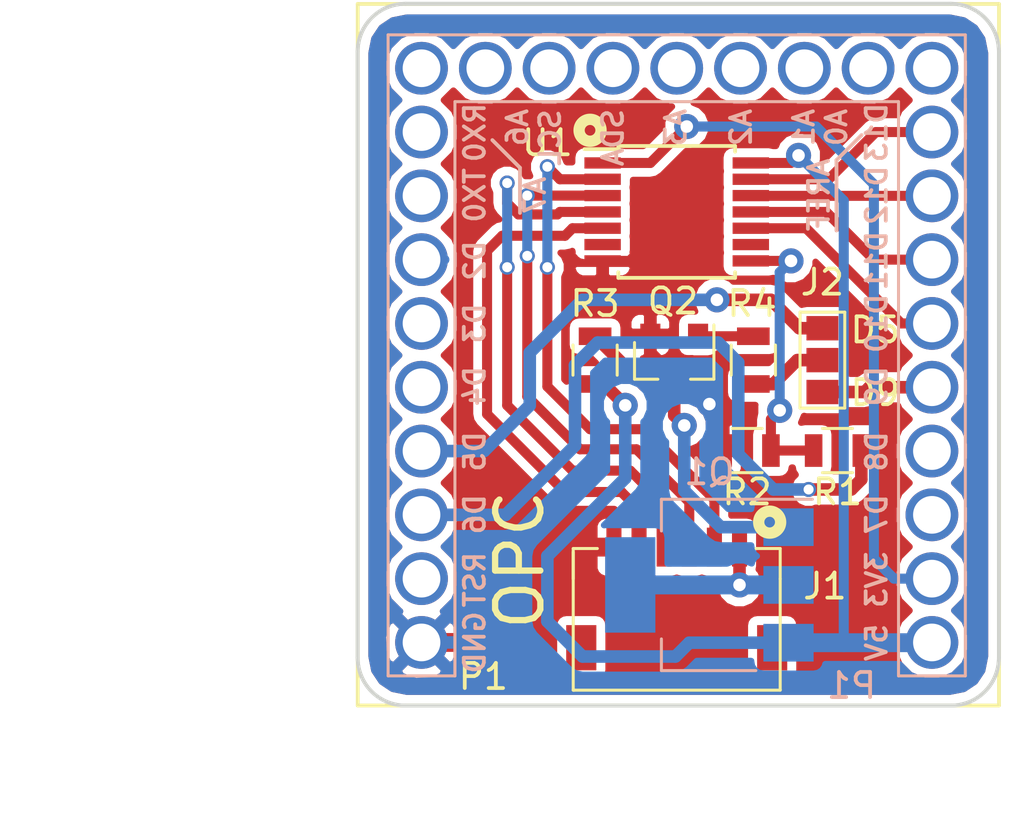
<source format=kicad_pcb>
(kicad_pcb (version 4) (host pcbnew 4.0.6)

  (general
    (links 27)
    (no_connects 0)
    (area 124.255401 62.662999 165.476 97.616001)
    (thickness 1.6)
    (drawings 27)
    (tracks 154)
    (zones 0)
    (modules 10)
    (nets 39)
  )

  (page A4)
  (title_block
    (title "Microduino OPC DE")
    (date "03 novembre 2019")
    (rev 0.0)
  )

  (layers
    (0 F.Cu signal)
    (31 B.Cu signal)
    (32 B.Adhes user)
    (33 F.Adhes user)
    (34 B.Paste user)
    (35 F.Paste user)
    (36 B.SilkS user)
    (37 F.SilkS user)
    (38 B.Mask user)
    (39 F.Mask user)
    (44 Edge.Cuts user)
    (45 Margin user)
    (46 B.CrtYd user)
    (47 F.CrtYd user)
    (48 B.Fab user)
    (49 F.Fab user)
  )

  (setup
    (last_trace_width 0.25)
    (user_trace_width 0.4)
    (user_trace_width 0.5)
    (user_trace_width 0.75)
    (user_trace_width 1)
    (user_trace_width 1.5)
    (user_trace_width 2)
    (user_trace_width 2.5)
    (user_trace_width 3)
    (trace_clearance 0.2)
    (zone_clearance 0.35)
    (zone_45_only no)
    (trace_min 0.2)
    (segment_width 0.15)
    (edge_width 0.15)
    (via_size 0.6)
    (via_drill 0.4)
    (via_min_size 0.4)
    (via_min_drill 0.3)
    (user_via 1 0.5)
    (user_via 1.2 0.6)
    (uvia_size 0.3)
    (uvia_drill 0.1)
    (uvias_allowed no)
    (uvia_min_size 0.2)
    (uvia_min_drill 0.1)
    (pcb_text_width 0.3)
    (pcb_text_size 1.5 1.5)
    (mod_edge_width 0.15)
    (mod_text_size 1 1)
    (mod_text_width 0.15)
    (pad_size 1.27 0.97)
    (pad_drill 0)
    (pad_to_mask_clearance 0.2)
    (aux_axis_origin 0 0)
    (grid_origin 126.111 104.775)
    (visible_elements 7FFEFFFF)
    (pcbplotparams
      (layerselection 0x210fc_80000001)
      (usegerberextensions false)
      (excludeedgelayer true)
      (linewidth 0.100000)
      (plotframeref false)
      (viasonmask false)
      (mode 1)
      (useauxorigin false)
      (hpglpennumber 1)
      (hpglpenspeed 20)
      (hpglpendiameter 15)
      (hpglpenoverlay 2)
      (psnegative false)
      (psa4output false)
      (plotreference true)
      (plotvalue true)
      (plotinvisibletext false)
      (padsonsilk false)
      (subtractmaskfromsilk false)
      (outputformat 1)
      (mirror false)
      (drillshape 0)
      (scaleselection 1)
      (outputdirectory ""))
  )

  (net 0 "")
  (net 1 +5V)
  (net 2 +3V3)
  (net 3 /D7)
  (net 4 /D8)
  (net 5 /D10)
  (net 6 /D11)
  (net 7 /D12)
  (net 8 /D13)
  (net 9 /D2)
  (net 10 /D3)
  (net 11 /A0)
  (net 12 /A1)
  (net 13 /A2)
  (net 14 /A3)
  (net 15 /SDA)
  (net 16 /SCL)
  (net 17 /A6)
  (net 18 /A7)
  (net 19 /RX0)
  (net 20 /D4)
  (net 21 /D5)
  (net 22 /RESET)
  (net 23 GND)
  (net 24 /TX0)
  (net 25 /AREF)
  (net 26 "Net-(J1-Pad1)")
  (net 27 "Net-(J1-Pad2)")
  (net 28 "Net-(J2-Pad2)")
  (net 29 D9)
  (net 30 "Net-(Q1-Pad1)")
  (net 31 "Net-(Q2-Pad1)")
  (net 32 "Net-(R1-Pad2)")
  (net 33 "Net-(J1-Pad3)")
  (net 34 "Net-(J1-Pad4)")
  (net 35 "Net-(J1-Pad5)")
  (net 36 "Net-(U1-Pad6)")
  (net 37 "Net-(U1-Pad9)")
  (net 38 D6)

  (net_class Default "Questo è il gruppo di collegamenti predefinito"
    (clearance 0.2)
    (trace_width 0.25)
    (via_dia 0.6)
    (via_drill 0.4)
    (uvia_dia 0.3)
    (uvia_drill 0.1)
    (add_net +3V3)
    (add_net +5V)
    (add_net /A0)
    (add_net /A1)
    (add_net /A2)
    (add_net /A3)
    (add_net /A6)
    (add_net /A7)
    (add_net /AREF)
    (add_net /D10)
    (add_net /D11)
    (add_net /D12)
    (add_net /D13)
    (add_net /D2)
    (add_net /D3)
    (add_net /D4)
    (add_net /D5)
    (add_net /D7)
    (add_net /D8)
    (add_net /RESET)
    (add_net /RX0)
    (add_net /SCL)
    (add_net /SDA)
    (add_net /TX0)
    (add_net D6)
    (add_net D9)
    (add_net GND)
    (add_net "Net-(J1-Pad1)")
    (add_net "Net-(J1-Pad2)")
    (add_net "Net-(J1-Pad3)")
    (add_net "Net-(J1-Pad4)")
    (add_net "Net-(J1-Pad5)")
    (add_net "Net-(J2-Pad2)")
    (add_net "Net-(Q1-Pad1)")
    (add_net "Net-(Q2-Pad1)")
    (add_net "Net-(R1-Pad2)")
    (add_net "Net-(U1-Pad6)")
    (add_net "Net-(U1-Pad9)")
  )

  (module Libreria_PCB_mia:Upin_27 (layer B.Cu) (tedit 5CAAF179) (tstamp 597E2E0E)
    (at 161.571 88.165 180)
    (descr "Through hole straight socket strip, 1x09, 2.54mm pitch, single row")
    (tags "Through hole socket strip THT 1x09 2.54mm single row")
    (path /58E8C7EF)
    (fp_text reference P1 (at 3.2 -1.72 180) (layer B.SilkS)
      (effects (font (size 1 1) (thickness 0.15)) (justify mirror))
    )
    (fp_text value CONN_1x27 (at -2.83 10.17 450) (layer B.Fab)
      (effects (font (size 1 1) (thickness 0.15)) (justify mirror))
    )
    (fp_text user P1 (at 17.86 -1.36 180) (layer F.SilkS)
      (effects (font (size 1 1) (thickness 0.15)))
    )
    (fp_line (start 16.4 18.9) (end 17.5 20) (layer B.SilkS) (width 0.15))
    (fp_line (start 16.4 18.9) (end 16.4 17.1) (layer B.SilkS) (width 0.15))
    (fp_text user A7 (at 15.8 17.8 450) (layer B.SilkS)
      (effects (font (size 0.8 0.8) (thickness 0.15)) (justify mirror))
    )
    (fp_line (start 2.8 20.2) (end 3.8 19.2) (layer B.SilkS) (width 0.15))
    (fp_line (start 3.8 19.2) (end 3.8 16.4) (layer B.SilkS) (width 0.15))
    (fp_text user AREF (at 4.5 17.8 450) (layer B.SilkS)
      (effects (font (size 0.8 0.8) (thickness 0.15)) (justify mirror))
    )
    (fp_text user GND (at 18.2 0 450) (layer B.SilkS)
      (effects (font (size 0.8 0.8) (thickness 0.15)) (justify mirror))
    )
    (fp_text user RST (at 18.2 2.5 450) (layer B.SilkS)
      (effects (font (size 0.8 0.8) (thickness 0.15)) (justify mirror))
    )
    (fp_text user D6 (at 18.2 5.1 450) (layer B.SilkS)
      (effects (font (size 0.8 0.8) (thickness 0.15)) (justify mirror))
    )
    (fp_text user D5 (at 18.2 7.6 450) (layer B.SilkS)
      (effects (font (size 0.8 0.8) (thickness 0.15)) (justify mirror))
    )
    (fp_text user D4 (at 18.2 10.2 450) (layer B.SilkS)
      (effects (font (size 0.8 0.8) (thickness 0.15)) (justify mirror))
    )
    (fp_text user D3 (at 18.2 12.7 450) (layer B.SilkS)
      (effects (font (size 0.8 0.8) (thickness 0.15)) (justify mirror))
    )
    (fp_text user D2 (at 18.2 15.2 450) (layer B.SilkS)
      (effects (font (size 0.8 0.8) (thickness 0.15)) (justify mirror))
    )
    (fp_text user TX0 (at 18.2 17.8 450) (layer B.SilkS)
      (effects (font (size 0.8 0.8) (thickness 0.15)) (justify mirror))
    )
    (fp_text user RX0 (at 18.2 20.3 450) (layer B.SilkS)
      (effects (font (size 0.8 0.8) (thickness 0.15)) (justify mirror))
    )
    (fp_text user A6 (at 16.5 20.5 450) (layer B.SilkS)
      (effects (font (size 0.8 0.8) (thickness 0.15)) (justify mirror))
    )
    (fp_text user SCL (at 15.2 20.1 450) (layer B.SilkS)
      (effects (font (size 0.8 0.8) (thickness 0.15)) (justify mirror))
    )
    (fp_text user SDA (at 12.7 20.1 450) (layer B.SilkS)
      (effects (font (size 0.8 0.8) (thickness 0.15)) (justify mirror))
    )
    (fp_text user A3 (at 10.2 20.5 450) (layer B.SilkS)
      (effects (font (size 0.8 0.8) (thickness 0.15)) (justify mirror))
    )
    (fp_text user A2 (at 7.6 20.5 450) (layer B.SilkS)
      (effects (font (size 0.8 0.8) (thickness 0.15)) (justify mirror))
    )
    (fp_text user A1 (at 5.1 20.5 450) (layer B.SilkS)
      (effects (font (size 0.8 0.8) (thickness 0.15)) (justify mirror))
    )
    (fp_text user A0 (at 3.8 20.5 450) (layer B.SilkS)
      (effects (font (size 0.8 0.8) (thickness 0.15)) (justify mirror))
    )
    (fp_text user D13 (at 2.2 20.3 450) (layer B.SilkS)
      (effects (font (size 0.8 0.8) (thickness 0.15)) (justify mirror))
    )
    (fp_text user D12 (at 2.2 17.8 450) (layer B.SilkS)
      (effects (font (size 0.8 0.8) (thickness 0.15)) (justify mirror))
    )
    (fp_text user D11 (at 2.2 15.2 450) (layer B.SilkS)
      (effects (font (size 0.8 0.8) (thickness 0.15)) (justify mirror))
    )
    (fp_text user D10 (at 2.2 12.7 450) (layer B.SilkS)
      (effects (font (size 0.8 0.8) (thickness 0.15)) (justify mirror))
    )
    (fp_text user D9 (at 2.2 10.2 450) (layer B.SilkS)
      (effects (font (size 0.8 0.8) (thickness 0.15)) (justify mirror))
    )
    (fp_text user D8 (at 2.2 7.6 450) (layer B.SilkS)
      (effects (font (size 0.8 0.8) (thickness 0.15)) (justify mirror))
    )
    (fp_text user D7 (at 2.2 5.1 450) (layer B.SilkS)
      (effects (font (size 0.8 0.8) (thickness 0.15)) (justify mirror))
    )
    (fp_text user 3V3 (at 2.2 2.5 450) (layer B.SilkS)
      (effects (font (size 0.8 0.8) (thickness 0.15)) (justify mirror))
    )
    (fp_text user 5V (at 2.2 0 450) (layer B.SilkS)
      (effects (font (size 0.8 0.8) (thickness 0.15)) (justify mirror))
    )
    (fp_line (start 1.8 -1.78) (end 1.8 21.05) (layer B.CrtYd) (width 0.12))
    (fp_line (start 18.52 21.05) (end 1.8 21.05) (layer B.CrtYd) (width 0.12))
    (fp_line (start -1.27 24.13) (end -1.27 -1.27) (layer B.Fab) (width 0.12))
    (fp_line (start 1.27 -1.27) (end 1.27 21.59) (layer B.Fab) (width 0.12))
    (fp_line (start 1.27 21.59) (end 19.05 21.59) (layer B.Fab) (width 0.12))
    (fp_line (start 19.05 21.59) (end 19.05 -1.27) (layer B.Fab) (width 0.12))
    (fp_line (start 19.05 -1.27) (end 21.59 -1.27) (layer B.Fab) (width 0.12))
    (fp_line (start 21.59 -1.27) (end 21.59 24.13) (layer B.Fab) (width 0.12))
    (fp_line (start 21.59 24.13) (end -1.27 24.13) (layer B.Fab) (width 0.12))
    (fp_line (start 21.65 -1.33) (end 21.65 24.19) (layer B.SilkS) (width 0.12))
    (fp_line (start 21.65 24.19) (end -1.33 24.19) (layer B.SilkS) (width 0.12))
    (fp_line (start -1.33 -1.33) (end -1.33 24.19) (layer B.SilkS) (width 0.12))
    (fp_line (start 1.33 -1.33) (end 1.33 21.53) (layer B.SilkS) (width 0.12))
    (fp_line (start 1.33 21.53) (end 18.99 21.53) (layer B.SilkS) (width 0.12))
    (fp_line (start 18.99 -1.33) (end 18.99 21.53) (layer B.SilkS) (width 0.12))
    (fp_line (start 18.99 -1.33) (end 18.99 5.48) (layer B.SilkS) (width 0.12))
    (fp_line (start -1.8 24.67) (end 22.12 24.67) (layer B.CrtYd) (width 0.12))
    (fp_line (start -1.8 -1.78) (end -1.8 24.67) (layer B.CrtYd) (width 0.12))
    (fp_line (start 22.12 -1.78) (end 22.12 24.67) (layer B.CrtYd) (width 0.12))
    (fp_line (start 18.52 21.05) (end 18.52 -1.8) (layer B.CrtYd) (width 0.12))
    (fp_line (start 18.52 -1.8) (end 22.12 -1.8) (layer B.CrtYd) (width 0.12))
    (fp_line (start -1.27 -1.27) (end 1.27 -1.27) (layer B.Fab) (width 0.12))
    (fp_line (start -1.33 -1.33) (end 1.33 -1.33) (layer B.SilkS) (width 0.12))
    (fp_line (start 21.65 -1.33) (end 18.99 -1.33) (layer B.SilkS) (width 0.12))
    (fp_line (start -1.33 20.32) (end -1.33 21.65) (layer B.SilkS) (width 0.12))
    (fp_line (start -1.8 -1.78) (end 1.8 -1.78) (layer B.CrtYd) (width 0.12))
    (fp_text user %R (at 0 -2.54 180) (layer B.Fab)
      (effects (font (size 1 1) (thickness 0.15)) (justify mirror))
    )
    (pad 9 thru_hole circle (at 0 20.32 180) (size 2.1 2.1) (drill 1.5) (layers *.Cu *.Mask)
      (net 8 /D13))
    (pad 8 thru_hole circle (at 0 17.78 180) (size 2.1 2.1) (drill 1.5) (layers *.Cu *.Mask)
      (net 7 /D12))
    (pad 7 thru_hole circle (at 0 15.24 180) (size 2.1 2.1) (drill 1.5) (layers *.Cu *.Mask)
      (net 6 /D11))
    (pad 6 thru_hole circle (at 0 12.7 180) (size 2.1 2.1) (drill 1.5) (layers *.Cu *.Mask)
      (net 5 /D10))
    (pad 5 thru_hole circle (at 0 10.16 180) (size 2.1 2.1) (drill 1.5) (layers *.Cu *.Mask)
      (net 29 D9))
    (pad 4 thru_hole circle (at 0 7.62 180) (size 2.1 2.1) (drill 1.5) (layers *.Cu *.Mask)
      (net 4 /D8))
    (pad 3 thru_hole circle (at 0 5.08 180) (size 2.1 2.1) (drill 1.5) (layers *.Cu *.Mask)
      (net 3 /D7))
    (pad 2 thru_hole circle (at 0 2.54 180) (size 2.1 2.1) (drill 1.5) (layers *.Cu *.Mask)
      (net 2 +3V3))
    (pad 1 thru_hole circle (at 0 0 180) (size 2.1 2.1) (drill 1.5) (layers *.Cu *.Mask)
      (net 1 +5V))
    (pad 10 thru_hole circle (at 0 22.86 180) (size 2.1 2.1) (drill 1.5) (layers *.Cu *.Mask)
      (net 25 /AREF))
    (pad 11 thru_hole circle (at 2.54 22.86 180) (size 2.1 2.1) (drill 1.5) (layers *.Cu *.Mask)
      (net 11 /A0))
    (pad 12 thru_hole circle (at 5.08 22.86 180) (size 2.1 2.1) (drill 1.5) (layers *.Cu *.Mask)
      (net 12 /A1))
    (pad 13 thru_hole circle (at 7.62 22.86 180) (size 2.1 2.1) (drill 1.5) (layers *.Cu *.Mask)
      (net 13 /A2))
    (pad 14 thru_hole circle (at 10.16 22.86 180) (size 2.1 2.1) (drill 1.5) (layers *.Cu *.Mask)
      (net 14 /A3))
    (pad 15 thru_hole circle (at 12.7 22.86 180) (size 2.1 2.1) (drill 1.5) (layers *.Cu *.Mask)
      (net 15 /SDA))
    (pad 16 thru_hole circle (at 15.24 22.86 180) (size 2.1 2.1) (drill 1.5) (layers *.Cu *.Mask)
      (net 16 /SCL))
    (pad 17 thru_hole circle (at 17.78 22.86 180) (size 2.1 2.1) (drill 1.5) (layers *.Cu *.Mask)
      (net 17 /A6))
    (pad 18 thru_hole circle (at 20.32 22.86 180) (size 2.1 2.1) (drill 1.5) (layers *.Cu *.Mask)
      (net 18 /A7))
    (pad 19 thru_hole circle (at 20.32 20.32 180) (size 2.1 2.1) (drill 1.5) (layers *.Cu *.Mask)
      (net 19 /RX0))
    (pad 20 thru_hole circle (at 20.32 17.78 180) (size 2.1 2.1) (drill 1.5) (layers *.Cu *.Mask)
      (net 24 /TX0))
    (pad 21 thru_hole circle (at 20.32 15.24 180) (size 2.1 2.1) (drill 1.5) (layers *.Cu *.Mask)
      (net 9 /D2))
    (pad 22 thru_hole circle (at 20.32 12.7 180) (size 2.1 2.1) (drill 1.5) (layers *.Cu *.Mask)
      (net 10 /D3))
    (pad 23 thru_hole circle (at 20.32 10.16 180) (size 2.1 2.1) (drill 1.5) (layers *.Cu *.Mask)
      (net 20 /D4))
    (pad 24 thru_hole circle (at 20.32 7.62 180) (size 2.1 2.1) (drill 1.5) (layers *.Cu *.Mask)
      (net 21 /D5))
    (pad 25 thru_hole circle (at 20.32 5.08 180) (size 2.1 2.1) (drill 1.5) (layers *.Cu *.Mask)
      (net 38 D6))
    (pad 26 thru_hole circle (at 20.32 2.54 180) (size 2.1 2.1) (drill 1.5) (layers *.Cu *.Mask)
      (net 22 /RESET))
    (pad 27 thru_hole circle (at 20.32 0 180) (size 2.1 2.1) (drill 1.5) (layers *.Cu *.Mask)
      (net 23 GND))
  )

  (module Connectors:GS3 (layer F.Cu) (tedit 5CAAF474) (tstamp 5CAA56EB)
    (at 157.211 76.925)
    (descr "3-pin solder bridge")
    (tags "solder bridge")
    (path /5CA986BE)
    (attr smd)
    (fp_text reference J2 (at 0 -3.1) (layer F.SilkS)
      (effects (font (size 1 1) (thickness 0.15)))
    )
    (fp_text value GS3 (at 1.8 0 90) (layer F.Fab)
      (effects (font (size 1 1) (thickness 0.15)))
    )
    (fp_line (start -1.15 -2.15) (end 1.15 -2.15) (layer F.CrtYd) (width 0.05))
    (fp_line (start 1.15 -2.15) (end 1.15 2.15) (layer F.CrtYd) (width 0.05))
    (fp_line (start 1.15 2.15) (end -1.15 2.15) (layer F.CrtYd) (width 0.05))
    (fp_line (start -1.15 2.15) (end -1.15 -2.15) (layer F.CrtYd) (width 0.05))
    (fp_line (start -0.89 -1.91) (end -0.89 1.91) (layer F.SilkS) (width 0.12))
    (fp_line (start -0.89 1.91) (end 0.89 1.91) (layer F.SilkS) (width 0.12))
    (fp_line (start 0.89 1.91) (end 0.89 -1.91) (layer F.SilkS) (width 0.12))
    (fp_line (start -0.89 -1.91) (end 0.89 -1.91) (layer F.SilkS) (width 0.12))
    (pad 1 smd rect (at 0 -1.27) (size 1.27 0.97) (layers F.Cu F.Paste F.Mask)
      (net 21 /D5))
    (pad 2 smd rect (at 0 0) (size 1.27 0.97) (layers F.Cu F.Paste F.Mask)
      (net 28 "Net-(J2-Pad2)"))
    (pad 3 smd rect (at 0 1.27) (size 1.27 0.97) (layers F.Cu F.Paste F.Mask)
      (net 29 D9))
  )

  (module TO_SOT_Packages_SMD:SOT-223-3_TabPin2 (layer B.Cu) (tedit 58CE4E7E) (tstamp 5CAA5701)
    (at 152.711 85.875 180)
    (descr "module CMS SOT223 4 pins")
    (tags "CMS SOT")
    (path /5CAA5695)
    (attr smd)
    (fp_text reference Q1 (at 0 4.5 180) (layer B.SilkS)
      (effects (font (size 1 1) (thickness 0.15)) (justify mirror))
    )
    (fp_text value BSP315PH6327XTSA1 (at 0 -4.5 180) (layer B.Fab)
      (effects (font (size 1 1) (thickness 0.15)) (justify mirror))
    )
    (fp_text user %R (at 0 0 450) (layer B.Fab)
      (effects (font (size 0.8 0.8) (thickness 0.12)) (justify mirror))
    )
    (fp_line (start 1.91 -3.41) (end 1.91 -2.15) (layer B.SilkS) (width 0.12))
    (fp_line (start 1.91 3.41) (end 1.91 2.15) (layer B.SilkS) (width 0.12))
    (fp_line (start 4.4 3.6) (end -4.4 3.6) (layer B.CrtYd) (width 0.05))
    (fp_line (start 4.4 -3.6) (end 4.4 3.6) (layer B.CrtYd) (width 0.05))
    (fp_line (start -4.4 -3.6) (end 4.4 -3.6) (layer B.CrtYd) (width 0.05))
    (fp_line (start -4.4 3.6) (end -4.4 -3.6) (layer B.CrtYd) (width 0.05))
    (fp_line (start -1.85 2.35) (end -0.85 3.35) (layer B.Fab) (width 0.1))
    (fp_line (start -1.85 2.35) (end -1.85 -3.35) (layer B.Fab) (width 0.1))
    (fp_line (start -1.85 -3.41) (end 1.91 -3.41) (layer B.SilkS) (width 0.12))
    (fp_line (start -0.85 3.35) (end 1.85 3.35) (layer B.Fab) (width 0.1))
    (fp_line (start -4.1 3.41) (end 1.91 3.41) (layer B.SilkS) (width 0.12))
    (fp_line (start -1.85 -3.35) (end 1.85 -3.35) (layer B.Fab) (width 0.1))
    (fp_line (start 1.85 3.35) (end 1.85 -3.35) (layer B.Fab) (width 0.1))
    (pad 2 smd rect (at 3.15 0 180) (size 2 3.8) (layers B.Cu B.Paste B.Mask)
      (net 26 "Net-(J1-Pad1)"))
    (pad 2 smd rect (at -3.15 0 180) (size 2 1.5) (layers B.Cu B.Paste B.Mask)
      (net 26 "Net-(J1-Pad1)"))
    (pad 3 smd rect (at -3.15 -2.3 180) (size 2 1.5) (layers B.Cu B.Paste B.Mask)
      (net 1 +5V))
    (pad 1 smd rect (at -3.15 2.3 180) (size 2 1.5) (layers B.Cu B.Paste B.Mask)
      (net 30 "Net-(Q1-Pad1)"))
    (model ${KISYS3DMOD}/TO_SOT_Packages_SMD.3dshapes/SOT-223.wrl
      (at (xyz 0 0 0))
      (scale (xyz 1 1 1))
      (rotate (xyz 0 0 0))
    )
  )

  (module TO_SOT_Packages_SMD:SOT-23 (layer F.Cu) (tedit 5CAAF1BB) (tstamp 5CAA5716)
    (at 151.311 76.925 270)
    (descr "SOT-23, Standard")
    (tags SOT-23)
    (path /5CAA5338)
    (attr smd)
    (fp_text reference Q2 (at -2.35 0.05 360) (layer F.SilkS)
      (effects (font (size 1 1) (thickness 0.15)))
    )
    (fp_text value BC847B (at 0 2.5 270) (layer F.Fab)
      (effects (font (size 1 1) (thickness 0.15)))
    )
    (fp_text user %R (at 0 0 360) (layer F.Fab)
      (effects (font (size 0.5 0.5) (thickness 0.075)))
    )
    (fp_line (start -0.7 -0.95) (end -0.7 1.5) (layer F.Fab) (width 0.1))
    (fp_line (start -0.15 -1.52) (end 0.7 -1.52) (layer F.Fab) (width 0.1))
    (fp_line (start -0.7 -0.95) (end -0.15 -1.52) (layer F.Fab) (width 0.1))
    (fp_line (start 0.7 -1.52) (end 0.7 1.52) (layer F.Fab) (width 0.1))
    (fp_line (start -0.7 1.52) (end 0.7 1.52) (layer F.Fab) (width 0.1))
    (fp_line (start 0.76 1.58) (end 0.76 0.65) (layer F.SilkS) (width 0.12))
    (fp_line (start 0.76 -1.58) (end 0.76 -0.65) (layer F.SilkS) (width 0.12))
    (fp_line (start -1.7 -1.75) (end 1.7 -1.75) (layer F.CrtYd) (width 0.05))
    (fp_line (start 1.7 -1.75) (end 1.7 1.75) (layer F.CrtYd) (width 0.05))
    (fp_line (start 1.7 1.75) (end -1.7 1.75) (layer F.CrtYd) (width 0.05))
    (fp_line (start -1.7 1.75) (end -1.7 -1.75) (layer F.CrtYd) (width 0.05))
    (fp_line (start 0.76 -1.58) (end -1.4 -1.58) (layer F.SilkS) (width 0.12))
    (fp_line (start 0.76 1.58) (end -0.7 1.58) (layer F.SilkS) (width 0.12))
    (pad 1 smd rect (at -1 -0.95 270) (size 0.9 0.8) (layers F.Cu F.Paste F.Mask)
      (net 31 "Net-(Q2-Pad1)"))
    (pad 2 smd rect (at -1 0.95 270) (size 0.9 0.8) (layers F.Cu F.Paste F.Mask)
      (net 23 GND))
    (pad 3 smd rect (at 1 0 270) (size 0.9 0.8) (layers F.Cu F.Paste F.Mask)
      (net 30 "Net-(Q1-Pad1)"))
    (model ${KISYS3DMOD}/TO_SOT_Packages_SMD.3dshapes/SOT-23.wrl
      (at (xyz 0 0 0))
      (scale (xyz 1 1 1))
      (rotate (xyz 0 0 0))
    )
  )

  (module Resistors_SMD:R_0805 (layer F.Cu) (tedit 58E0A804) (tstamp 5CAA5727)
    (at 157.811 80.525 180)
    (descr "Resistor SMD 0805, reflow soldering, Vishay (see dcrcw.pdf)")
    (tags "resistor 0805")
    (path /5CAA46BA)
    (attr smd)
    (fp_text reference R1 (at 0 -1.65 180) (layer F.SilkS)
      (effects (font (size 1 1) (thickness 0.15)))
    )
    (fp_text value 2k2 (at 0 1.75 180) (layer F.Fab)
      (effects (font (size 1 1) (thickness 0.15)))
    )
    (fp_text user %R (at 0 0 180) (layer F.Fab)
      (effects (font (size 0.5 0.5) (thickness 0.075)))
    )
    (fp_line (start -1 0.62) (end -1 -0.62) (layer F.Fab) (width 0.1))
    (fp_line (start 1 0.62) (end -1 0.62) (layer F.Fab) (width 0.1))
    (fp_line (start 1 -0.62) (end 1 0.62) (layer F.Fab) (width 0.1))
    (fp_line (start -1 -0.62) (end 1 -0.62) (layer F.Fab) (width 0.1))
    (fp_line (start 0.6 0.88) (end -0.6 0.88) (layer F.SilkS) (width 0.12))
    (fp_line (start -0.6 -0.88) (end 0.6 -0.88) (layer F.SilkS) (width 0.12))
    (fp_line (start -1.55 -0.9) (end 1.55 -0.9) (layer F.CrtYd) (width 0.05))
    (fp_line (start -1.55 -0.9) (end -1.55 0.9) (layer F.CrtYd) (width 0.05))
    (fp_line (start 1.55 0.9) (end 1.55 -0.9) (layer F.CrtYd) (width 0.05))
    (fp_line (start 1.55 0.9) (end -1.55 0.9) (layer F.CrtYd) (width 0.05))
    (pad 1 smd rect (at -0.95 0 180) (size 0.7 1.3) (layers F.Cu F.Paste F.Mask)
      (net 38 D6))
    (pad 2 smd rect (at 0.95 0 180) (size 0.7 1.3) (layers F.Cu F.Paste F.Mask)
      (net 32 "Net-(R1-Pad2)"))
    (model ${KISYS3DMOD}/Resistors_SMD.3dshapes/R_0805.wrl
      (at (xyz 0 0 0))
      (scale (xyz 1 1 1))
      (rotate (xyz 0 0 0))
    )
  )

  (module Resistors_SMD:R_0805 (layer F.Cu) (tedit 58E0A804) (tstamp 5CAA5738)
    (at 154.211 80.525 180)
    (descr "Resistor SMD 0805, reflow soldering, Vishay (see dcrcw.pdf)")
    (tags "resistor 0805")
    (path /5CAA472A)
    (attr smd)
    (fp_text reference R2 (at 0 -1.65 180) (layer F.SilkS)
      (effects (font (size 1 1) (thickness 0.15)))
    )
    (fp_text value 3k3 (at 0 1.75 180) (layer F.Fab)
      (effects (font (size 1 1) (thickness 0.15)))
    )
    (fp_text user %R (at 0 0 180) (layer F.Fab)
      (effects (font (size 0.5 0.5) (thickness 0.075)))
    )
    (fp_line (start -1 0.62) (end -1 -0.62) (layer F.Fab) (width 0.1))
    (fp_line (start 1 0.62) (end -1 0.62) (layer F.Fab) (width 0.1))
    (fp_line (start 1 -0.62) (end 1 0.62) (layer F.Fab) (width 0.1))
    (fp_line (start -1 -0.62) (end 1 -0.62) (layer F.Fab) (width 0.1))
    (fp_line (start 0.6 0.88) (end -0.6 0.88) (layer F.SilkS) (width 0.12))
    (fp_line (start -0.6 -0.88) (end 0.6 -0.88) (layer F.SilkS) (width 0.12))
    (fp_line (start -1.55 -0.9) (end 1.55 -0.9) (layer F.CrtYd) (width 0.05))
    (fp_line (start -1.55 -0.9) (end -1.55 0.9) (layer F.CrtYd) (width 0.05))
    (fp_line (start 1.55 0.9) (end 1.55 -0.9) (layer F.CrtYd) (width 0.05))
    (fp_line (start 1.55 0.9) (end -1.55 0.9) (layer F.CrtYd) (width 0.05))
    (pad 1 smd rect (at -0.95 0 180) (size 0.7 1.3) (layers F.Cu F.Paste F.Mask)
      (net 32 "Net-(R1-Pad2)"))
    (pad 2 smd rect (at 0.95 0 180) (size 0.7 1.3) (layers F.Cu F.Paste F.Mask)
      (net 23 GND))
    (model ${KISYS3DMOD}/Resistors_SMD.3dshapes/R_0805.wrl
      (at (xyz 0 0 0))
      (scale (xyz 1 1 1))
      (rotate (xyz 0 0 0))
    )
  )

  (module Resistors_SMD:R_0805 (layer F.Cu) (tedit 5CAAF1E4) (tstamp 5CAA5749)
    (at 148.161 76.925 90)
    (descr "Resistor SMD 0805, reflow soldering, Vishay (see dcrcw.pdf)")
    (tags "resistor 0805")
    (path /5CAA39BA)
    (attr smd)
    (fp_text reference R3 (at 2.25 0 180) (layer F.SilkS)
      (effects (font (size 1 1) (thickness 0.15)))
    )
    (fp_text value 47k (at 0 1.75 90) (layer F.Fab)
      (effects (font (size 1 1) (thickness 0.15)))
    )
    (fp_text user %R (at 0 0 90) (layer F.Fab)
      (effects (font (size 0.5 0.5) (thickness 0.075)))
    )
    (fp_line (start -1 0.62) (end -1 -0.62) (layer F.Fab) (width 0.1))
    (fp_line (start 1 0.62) (end -1 0.62) (layer F.Fab) (width 0.1))
    (fp_line (start 1 -0.62) (end 1 0.62) (layer F.Fab) (width 0.1))
    (fp_line (start -1 -0.62) (end 1 -0.62) (layer F.Fab) (width 0.1))
    (fp_line (start 0.6 0.88) (end -0.6 0.88) (layer F.SilkS) (width 0.12))
    (fp_line (start -0.6 -0.88) (end 0.6 -0.88) (layer F.SilkS) (width 0.12))
    (fp_line (start -1.55 -0.9) (end 1.55 -0.9) (layer F.CrtYd) (width 0.05))
    (fp_line (start -1.55 -0.9) (end -1.55 0.9) (layer F.CrtYd) (width 0.05))
    (fp_line (start 1.55 0.9) (end 1.55 -0.9) (layer F.CrtYd) (width 0.05))
    (fp_line (start 1.55 0.9) (end -1.55 0.9) (layer F.CrtYd) (width 0.05))
    (pad 1 smd rect (at -0.95 0 90) (size 0.7 1.3) (layers F.Cu F.Paste F.Mask)
      (net 1 +5V))
    (pad 2 smd rect (at 0.95 0 90) (size 0.7 1.3) (layers F.Cu F.Paste F.Mask)
      (net 30 "Net-(Q1-Pad1)"))
    (model ${KISYS3DMOD}/Resistors_SMD.3dshapes/R_0805.wrl
      (at (xyz 0 0 0))
      (scale (xyz 1 1 1))
      (rotate (xyz 0 0 0))
    )
  )

  (module Resistors_SMD:R_0805 (layer F.Cu) (tedit 5CAAF1D5) (tstamp 5CAA575A)
    (at 154.461 76.925 270)
    (descr "Resistor SMD 0805, reflow soldering, Vishay (see dcrcw.pdf)")
    (tags "resistor 0805")
    (path /5CAA398D)
    (attr smd)
    (fp_text reference R4 (at -2.25 0.05 360) (layer F.SilkS)
      (effects (font (size 1 1) (thickness 0.15)))
    )
    (fp_text value 4k7 (at 0 1.75 270) (layer F.Fab)
      (effects (font (size 1 1) (thickness 0.15)))
    )
    (fp_text user %R (at 0 0 270) (layer F.Fab)
      (effects (font (size 0.5 0.5) (thickness 0.075)))
    )
    (fp_line (start -1 0.62) (end -1 -0.62) (layer F.Fab) (width 0.1))
    (fp_line (start 1 0.62) (end -1 0.62) (layer F.Fab) (width 0.1))
    (fp_line (start 1 -0.62) (end 1 0.62) (layer F.Fab) (width 0.1))
    (fp_line (start -1 -0.62) (end 1 -0.62) (layer F.Fab) (width 0.1))
    (fp_line (start 0.6 0.88) (end -0.6 0.88) (layer F.SilkS) (width 0.12))
    (fp_line (start -0.6 -0.88) (end 0.6 -0.88) (layer F.SilkS) (width 0.12))
    (fp_line (start -1.55 -0.9) (end 1.55 -0.9) (layer F.CrtYd) (width 0.05))
    (fp_line (start -1.55 -0.9) (end -1.55 0.9) (layer F.CrtYd) (width 0.05))
    (fp_line (start 1.55 0.9) (end 1.55 -0.9) (layer F.CrtYd) (width 0.05))
    (fp_line (start 1.55 0.9) (end -1.55 0.9) (layer F.CrtYd) (width 0.05))
    (pad 1 smd rect (at -0.95 0 270) (size 0.7 1.3) (layers F.Cu F.Paste F.Mask)
      (net 31 "Net-(Q2-Pad1)"))
    (pad 2 smd rect (at 0.95 0 270) (size 0.7 1.3) (layers F.Cu F.Paste F.Mask)
      (net 28 "Net-(J2-Pad2)"))
    (model ${KISYS3DMOD}/Resistors_SMD.3dshapes/R_0805.wrl
      (at (xyz 0 0 0))
      (scale (xyz 1 1 1))
      (rotate (xyz 0 0 0))
    )
  )

  (module Housings_SSOP:TSSOP-14_4.4x5mm_Pitch0.65mm (layer F.Cu) (tedit 5CAAF201) (tstamp 5CAA577D)
    (at 151.411 71.025)
    (descr "14-Lead Plastic Thin Shrink Small Outline (ST)-4.4 mm Body [TSSOP] (see Microchip Packaging Specification 00000049BS.pdf)")
    (tags "SSOP 0.65")
    (path /5CAA29BD)
    (attr smd)
    (fp_text reference U1 (at -5.15 -2.75) (layer F.SilkS)
      (effects (font (size 1 1) (thickness 0.15)))
    )
    (fp_text value MAX3378E (at 0 3.55) (layer F.Fab)
      (effects (font (size 1 1) (thickness 0.15)))
    )
    (fp_line (start -1.2 -2.5) (end 2.2 -2.5) (layer F.Fab) (width 0.15))
    (fp_line (start 2.2 -2.5) (end 2.2 2.5) (layer F.Fab) (width 0.15))
    (fp_line (start 2.2 2.5) (end -2.2 2.5) (layer F.Fab) (width 0.15))
    (fp_line (start -2.2 2.5) (end -2.2 -1.5) (layer F.Fab) (width 0.15))
    (fp_line (start -2.2 -1.5) (end -1.2 -2.5) (layer F.Fab) (width 0.15))
    (fp_line (start -3.95 -2.8) (end -3.95 2.8) (layer F.CrtYd) (width 0.05))
    (fp_line (start 3.95 -2.8) (end 3.95 2.8) (layer F.CrtYd) (width 0.05))
    (fp_line (start -3.95 -2.8) (end 3.95 -2.8) (layer F.CrtYd) (width 0.05))
    (fp_line (start -3.95 2.8) (end 3.95 2.8) (layer F.CrtYd) (width 0.05))
    (fp_line (start -2.325 -2.625) (end -2.325 -2.5) (layer F.SilkS) (width 0.15))
    (fp_line (start 2.325 -2.625) (end 2.325 -2.4) (layer F.SilkS) (width 0.15))
    (fp_line (start 2.325 2.625) (end 2.325 2.4) (layer F.SilkS) (width 0.15))
    (fp_line (start -2.325 2.625) (end -2.325 2.4) (layer F.SilkS) (width 0.15))
    (fp_line (start -2.325 -2.625) (end 2.325 -2.625) (layer F.SilkS) (width 0.15))
    (fp_line (start -2.325 2.625) (end 2.325 2.625) (layer F.SilkS) (width 0.15))
    (fp_line (start -2.325 -2.5) (end -3.675 -2.5) (layer F.SilkS) (width 0.15))
    (fp_text user %R (at 0 0) (layer F.Fab)
      (effects (font (size 0.8 0.8) (thickness 0.15)))
    )
    (pad 1 smd rect (at -2.95 -1.95) (size 1.45 0.45) (layers F.Cu F.Paste F.Mask)
      (net 2 +3V3))
    (pad 2 smd rect (at -2.95 -1.3) (size 1.45 0.45) (layers F.Cu F.Paste F.Mask)
      (net 27 "Net-(J1-Pad2)"))
    (pad 3 smd rect (at -2.95 -0.65) (size 1.45 0.45) (layers F.Cu F.Paste F.Mask)
      (net 33 "Net-(J1-Pad3)"))
    (pad 4 smd rect (at -2.95 0) (size 1.45 0.45) (layers F.Cu F.Paste F.Mask)
      (net 34 "Net-(J1-Pad4)"))
    (pad 5 smd rect (at -2.95 0.65) (size 1.45 0.45) (layers F.Cu F.Paste F.Mask)
      (net 35 "Net-(J1-Pad5)"))
    (pad 6 smd rect (at -2.95 1.3) (size 1.45 0.45) (layers F.Cu F.Paste F.Mask)
      (net 36 "Net-(U1-Pad6)"))
    (pad 7 smd rect (at -2.95 1.95) (size 1.45 0.45) (layers F.Cu F.Paste F.Mask)
      (net 23 GND))
    (pad 8 smd rect (at 2.95 1.95) (size 1.45 0.45) (layers F.Cu F.Paste F.Mask)
      (net 32 "Net-(R1-Pad2)"))
    (pad 9 smd rect (at 2.95 1.3) (size 1.45 0.45) (layers F.Cu F.Paste F.Mask)
      (net 37 "Net-(U1-Pad9)"))
    (pad 10 smd rect (at 2.95 0.65) (size 1.45 0.45) (layers F.Cu F.Paste F.Mask)
      (net 5 /D10))
    (pad 11 smd rect (at 2.95 0) (size 1.45 0.45) (layers F.Cu F.Paste F.Mask)
      (net 6 /D11))
    (pad 12 smd rect (at 2.95 -0.65) (size 1.45 0.45) (layers F.Cu F.Paste F.Mask)
      (net 7 /D12))
    (pad 13 smd rect (at 2.95 -1.3) (size 1.45 0.45) (layers F.Cu F.Paste F.Mask)
      (net 8 /D13))
    (pad 14 smd rect (at 2.95 -1.95) (size 1.45 0.45) (layers F.Cu F.Paste F.Mask)
      (net 1 +5V))
    (model ${KISYS3DMOD}/Housings_SSOP.3dshapes/TSSOP-14_4.4x5mm_Pitch0.65mm.wrl
      (at (xyz 0 0 0))
      (scale (xyz 1 1 1))
      (rotate (xyz 0 0 0))
    )
  )

  (module Libreria_PCB_mia:Molex_PicoClasp_501568-0607_1x06_P1.0mm_Orizzontal (layer F.Cu) (tedit 5DBF1AC1) (tstamp 5DBF1E2C)
    (at 151.411 84.375 270)
    (descr "Molex Pico-Clasp header, 06 contacts, 1.00mm pitch")
    (tags "connector molex pico clasp 501568-0607")
    (path /5CAA3068)
    (attr smd)
    (fp_text reference J1 (at 1.55 -5.9 360) (layer F.SilkS)
      (effects (font (size 1 1) (thickness 0.15)))
    )
    (fp_text value CONN_01X06 (at 0 5.6 270) (layer F.Fab)
      (effects (font (size 1 1) (thickness 0.15)))
    )
    (fp_line (start 5.69 4.07) (end 5.69 4.11) (layer F.SilkS) (width 0.12))
    (fp_line (start 5.69 4.11) (end 5.69 4.12) (layer F.SilkS) (width 0.12))
    (fp_line (start 5.69 4.12) (end 0.19 4.12) (layer F.SilkS) (width 0.12))
    (fp_line (start 1.26 -4.12) (end 5.67 -4.12) (layer F.SilkS) (width 0.12))
    (fp_line (start 5.67 -4.12) (end 5.69 -4.12) (layer F.SilkS) (width 0.12))
    (fp_line (start 5.69 -4.12) (end 5.69 4.07) (layer F.SilkS) (width 0.12))
    (fp_line (start 5.14 -4.9) (end 6 -4.9) (layer F.CrtYd) (width 0.05))
    (fp_line (start 5.13 4.9) (end 6 4.9) (layer F.CrtYd) (width 0.05))
    (fp_line (start 6 4.9) (end 6 -4.9) (layer F.CrtYd) (width 0.05))
    (fp_line (start 0.17 4) (end 5.57 4) (layer F.Fab) (width 0.1))
    (fp_line (start 5.57 4) (end 5.57 -4) (layer F.Fab) (width 0.1))
    (fp_line (start 0.17 -4) (end 5.57 -4) (layer F.Fab) (width 0.1))
    (fp_line (start 0.17 4) (end 0.17 -4) (layer F.Fab) (width 0.1))
    (fp_line (start 0.05 -3.16) (end 0.05 -4.12) (layer F.SilkS) (width 0.12))
    (fp_line (start 0.05 -4.12) (end 1.26 -4.12) (layer F.SilkS) (width 0.12))
    (fp_line (start 0.05 3.16) (end 0.05 4.12) (layer F.SilkS) (width 0.12))
    (fp_line (start 0.05 4.12) (end 1.26 4.12) (layer F.SilkS) (width 0.12))
    (fp_line (start -1.28 -4.9) (end -1.28 4.9) (layer F.CrtYd) (width 0.05))
    (fp_line (start -1.28 4.9) (end 5.14 4.9) (layer F.CrtYd) (width 0.05))
    (fp_line (start 5.14 -4.9) (end -1.28 -4.9) (layer F.CrtYd) (width 0.05))
    (fp_text user %R (at 3.02 -0.01 360) (layer F.Fab)
      (effects (font (size 1 1) (thickness 0.15)))
    )
    (pad 1 smd rect (at -0.005 -2.5 270) (size 1.55 0.6) (layers F.Cu F.Paste F.Mask)
      (net 26 "Net-(J1-Pad1)"))
    (pad 2 smd rect (at -0.005 -1.5 270) (size 1.55 0.6) (layers F.Cu F.Paste F.Mask)
      (net 27 "Net-(J1-Pad2)"))
    (pad 3 smd rect (at -0.005 -0.5 270) (size 1.55 0.6) (layers F.Cu F.Paste F.Mask)
      (net 33 "Net-(J1-Pad3)"))
    (pad 4 smd rect (at -0.005 0.5 270) (size 1.55 0.6) (layers F.Cu F.Paste F.Mask)
      (net 34 "Net-(J1-Pad4)"))
    (pad 5 smd rect (at -0.005 1.5 270) (size 1.55 0.6) (layers F.Cu F.Paste F.Mask)
      (net 35 "Net-(J1-Pad5)"))
    (pad 6 smd rect (at -0.005 2.5 270) (size 1.55 0.6) (layers F.Cu F.Paste F.Mask)
      (net 23 GND))
    (pad "" smd rect (at 4 -3.8 270) (size 1.8 1.2) (layers F.Cu F.Paste F.Mask))
    (pad "" smd rect (at 4 3.8 270) (size 1.8 1.2) (layers F.Cu F.Paste F.Mask))
  )

  (gr_text D9 (at 159.311 78.225) (layer F.SilkS)
    (effects (font (size 1 1) (thickness 0.15)))
  )
  (gr_text D5 (at 159.311 75.725) (layer F.SilkS)
    (effects (font (size 1 1) (thickness 0.15)))
  )
  (gr_circle (center 155.111 83.375) (end 155.261 83.525) (layer F.SilkS) (width 0.45) (tstamp 5CAAF2A0))
  (gr_circle (center 147.961 67.775) (end 148.111 67.925) (layer F.SilkS) (width 0.45))
  (gr_text OPC (at 145.161 84.875 90) (layer F.SilkS)
    (effects (font (size 1.8 1.8) (thickness 0.25)))
  )
  (gr_line (start 164.241 62.745) (end 138.711 62.745) (angle 90) (layer F.SilkS) (width 0.15))
  (gr_line (start 164.241 90.675) (end 164.241 62.745) (angle 90) (layer F.SilkS) (width 0.15))
  (gr_line (start 138.711 90.675) (end 164.241 90.675) (angle 90) (layer F.SilkS) (width 0.15))
  (gr_line (start 138.711 62.745) (end 138.711 90.675) (angle 90) (layer F.SilkS) (width 0.15))
  (gr_arc (start 162.3314 64.643) (end 162.3314 62.738) (angle 90) (layer Edge.Cuts) (width 0.15) (tstamp 58E794C0))
  (gr_arc (start 140.6144 88.773) (end 140.6144 90.678) (angle 90) (layer Edge.Cuts) (width 0.15) (tstamp 58E794BF))
  (gr_arc (start 140.6144 64.643) (end 138.7094 64.643) (angle 90) (layer Edge.Cuts) (width 0.15) (tstamp 58E794BE))
  (gr_arc (start 162.3314 88.773) (end 164.2364 88.773) (angle 90) (layer Edge.Cuts) (width 0.15) (tstamp 58E794BD))
  (gr_line (start 162.3314 90.678) (end 140.6144 90.678) (angle 90) (layer Edge.Cuts) (width 0.15) (tstamp 58E794BC))
  (gr_line (start 138.7094 88.773) (end 138.7094 64.643) (angle 90) (layer Edge.Cuts) (width 0.15) (tstamp 58E794BB))
  (gr_line (start 140.6144 62.738) (end 162.3314 62.738) (angle 90) (layer Edge.Cuts) (width 0.15) (tstamp 58E794BA))
  (gr_line (start 164.2364 64.643) (end 164.2364 88.773) (angle 90) (layer Edge.Cuts) (width 0.15) (tstamp 58E794B9))
  (gr_line (start 164.2364 64.643) (end 164.2364 88.773) (angle 90) (layer Edge.Cuts) (width 0.15))
  (gr_line (start 140.6144 62.738) (end 162.3314 62.738) (angle 90) (layer Edge.Cuts) (width 0.15))
  (gr_line (start 138.7094 88.773) (end 138.7094 64.643) (angle 90) (layer Edge.Cuts) (width 0.15))
  (gr_line (start 162.3314 90.678) (end 140.6144 90.678) (angle 90) (layer Edge.Cuts) (width 0.15))
  (gr_arc (start 162.3314 88.773) (end 164.2364 88.773) (angle 90) (layer Edge.Cuts) (width 0.15) (tstamp 58DCB572))
  (gr_arc (start 140.6144 64.643) (end 138.7094 64.643) (angle 90) (layer Edge.Cuts) (width 0.15) (tstamp 58DCB570))
  (gr_arc (start 140.6144 88.773) (end 140.6144 90.678) (angle 90) (layer Edge.Cuts) (width 0.15) (tstamp 58DCB56C))
  (gr_arc (start 162.3314 64.643) (end 162.3314 62.738) (angle 90) (layer Edge.Cuts) (width 0.15))
  (dimension 27.94 (width 0.3) (layer F.Fab)
    (gr_text "27,940 mm" (at 130.7554 76.708 270) (layer F.Fab)
      (effects (font (size 1.5 1.5) (thickness 0.3)))
    )
    (feature1 (pts (xy 134.1374 90.678) (xy 129.4054 90.678)))
    (feature2 (pts (xy 134.1374 62.738) (xy 129.4054 62.738)))
    (crossbar (pts (xy 132.1054 62.738) (xy 132.1054 90.678)))
    (arrow1a (pts (xy 132.1054 90.678) (xy 131.518979 89.551496)))
    (arrow1b (pts (xy 132.1054 90.678) (xy 132.691821 89.551496)))
    (arrow2a (pts (xy 132.1054 62.738) (xy 131.518979 63.864504)))
    (arrow2b (pts (xy 132.1054 62.738) (xy 132.691821 63.864504)))
  )
  (dimension 25.527 (width 0.3) (layer F.Fab)
    (gr_text "25,527 mm" (at 151.0284 96.266) (layer F.Fab) (tstamp 58DCB33B)
      (effects (font (size 1.5 1.5) (thickness 0.3)))
    )
    (feature1 (pts (xy 138.8364 92.456) (xy 138.8364 97.568999)))
    (feature2 (pts (xy 164.3634 92.456) (xy 164.3634 97.568999)))
    (crossbar (pts (xy 164.3634 94.868999) (xy 138.8364 94.868999)))
    (arrow1a (pts (xy 138.8364 94.868999) (xy 139.962904 94.282578)))
    (arrow1b (pts (xy 138.8364 94.868999) (xy 139.962904 95.45542)))
    (arrow2a (pts (xy 164.3634 94.868999) (xy 163.236896 94.282578)))
    (arrow2b (pts (xy 164.3634 94.868999) (xy 163.236896 95.45542)))
  )

  (segment (start 155.861 88.175) (end 151.911 88.175) (width 0.5) (layer B.Cu) (net 1))
  (segment (start 149.361 81.625) (end 146.261 84.725) (width 0.5) (layer B.Cu) (net 1) (tstamp 5DBF17CF))
  (segment (start 146.261 84.725) (end 146.261 87.325) (width 0.5) (layer B.Cu) (net 1) (tstamp 5DBF17D4))
  (segment (start 146.261 87.325) (end 147.661 88.725) (width 0.5) (layer B.Cu) (net 1) (tstamp 5DBF17D9))
  (segment (start 147.661 88.725) (end 151.361 88.725) (width 0.5) (layer B.Cu) (net 1) (tstamp 5DBF17DB))
  (via (at 149.361 78.725) (size 1) (drill 0.5) (layers F.Cu B.Cu) (net 1))
  (segment (start 149.361 78.725) (end 148.511 77.875) (width 0.5) (layer F.Cu) (net 1) (tstamp 5CAAEFBC))
  (segment (start 149.361 78.725) (end 149.361 81.625) (width 0.5) (layer B.Cu) (net 1))
  (segment (start 151.911 88.175) (end 151.361 88.725) (width 0.5) (layer B.Cu) (net 1) (tstamp 5DBF28FD))
  (segment (start 154.361 69.075) (end 155.961 69.075) (width 0.4) (layer F.Cu) (net 1))
  (segment (start 158.061 70.575) (end 158.061 88.175) (width 0.4) (layer B.Cu) (net 1) (tstamp 5CAAF056))
  (segment (start 156.261 68.775) (end 158.061 70.575) (width 0.4) (layer B.Cu) (net 1) (tstamp 5CAAF055))
  (via (at 156.261 68.775) (size 1) (drill 0.5) (layers F.Cu B.Cu) (net 1))
  (segment (start 155.961 69.075) (end 156.261 68.775) (width 0.4) (layer F.Cu) (net 1) (tstamp 5CAAF04E))
  (segment (start 155.861 88.175) (end 158.061 88.175) (width 0.75) (layer B.Cu) (net 1))
  (segment (start 158.061 88.175) (end 161.561 88.175) (width 0.75) (layer B.Cu) (net 1) (tstamp 5CAAF068))
  (segment (start 161.561 88.175) (end 161.571 88.165) (width 0.75) (layer B.Cu) (net 1) (tstamp 5CAAEF9C))
  (segment (start 148.161 77.875) (end 148.511 77.875) (width 0.5) (layer F.Cu) (net 1))
  (segment (start 148.161 77.875) (end 148.461 77.875) (width 0.4) (layer F.Cu) (net 1))
  (segment (start 161.571 85.625) (end 160.061 85.625) (width 0.4) (layer B.Cu) (net 2))
  (segment (start 150.361 69.075) (end 148.461 69.075) (width 0.4) (layer F.Cu) (net 2) (tstamp 5CAAF093))
  (segment (start 151.811 67.625) (end 150.361 69.075) (width 0.4) (layer F.Cu) (net 2) (tstamp 5CAAF092))
  (via (at 151.811 67.625) (size 1) (drill 0.5) (layers F.Cu B.Cu) (net 2))
  (segment (start 156.961 67.625) (end 151.811 67.625) (width 0.4) (layer B.Cu) (net 2) (tstamp 5CAAF07E))
  (segment (start 159.261 69.925) (end 156.961 67.625) (width 0.4) (layer B.Cu) (net 2) (tstamp 5CAAF077))
  (segment (start 159.261 84.825) (end 159.261 69.925) (width 0.4) (layer B.Cu) (net 2) (tstamp 5CAAF070))
  (segment (start 160.061 85.625) (end 159.261 84.825) (width 0.4) (layer B.Cu) (net 2) (tstamp 5CAAF06B))
  (segment (start 161.571 75.465) (end 160.351 75.465) (width 0.4) (layer F.Cu) (net 5))
  (segment (start 156.561 71.675) (end 154.361 71.675) (width 0.4) (layer F.Cu) (net 5) (tstamp 5CAAE3FC))
  (segment (start 160.351 75.465) (end 156.561 71.675) (width 0.4) (layer F.Cu) (net 5) (tstamp 5CAAE3F7))
  (segment (start 161.571 72.925) (end 159.261 72.925) (width 0.4) (layer F.Cu) (net 6))
  (segment (start 157.361 71.025) (end 154.361 71.025) (width 0.4) (layer F.Cu) (net 6) (tstamp 5CAAE3ED))
  (segment (start 159.261 72.925) (end 157.361 71.025) (width 0.4) (layer F.Cu) (net 6) (tstamp 5CAAE3E8))
  (segment (start 161.571 70.385) (end 154.371 70.385) (width 0.4) (layer F.Cu) (net 7))
  (segment (start 154.371 70.385) (end 154.361 70.375) (width 0.4) (layer F.Cu) (net 7) (tstamp 5CAAE3CF))
  (segment (start 161.571 67.845) (end 159.341 67.845) (width 0.4) (layer F.Cu) (net 8))
  (segment (start 157.461 69.725) (end 154.361 69.725) (width 0.4) (layer F.Cu) (net 8) (tstamp 5CAAE3CB))
  (segment (start 159.341 67.845) (end 157.461 69.725) (width 0.4) (layer F.Cu) (net 8) (tstamp 5CAAE3C1))
  (segment (start 141.251 72.925) (end 142.161 72.925) (width 0.4) (layer B.Cu) (net 9))
  (segment (start 157.211 75.655) (end 156.291 75.655) (width 0.5) (layer F.Cu) (net 21))
  (segment (start 143.741 80.545) (end 141.251 80.545) (width 0.5) (layer B.Cu) (net 21) (tstamp 5CAAECCB))
  (segment (start 145.561 78.725) (end 143.741 80.545) (width 0.5) (layer B.Cu) (net 21) (tstamp 5CAAECCA))
  (segment (start 145.561 76.625) (end 145.561 78.725) (width 0.5) (layer B.Cu) (net 21) (tstamp 5CAAECC0))
  (segment (start 147.661 74.525) (end 145.561 76.625) (width 0.5) (layer B.Cu) (net 21) (tstamp 5CAAECB7))
  (segment (start 153.011 74.525) (end 147.661 74.525) (width 0.5) (layer B.Cu) (net 21) (tstamp 5CAAECB6))
  (via (at 153.011 74.525) (size 1) (drill 0.5) (layers F.Cu B.Cu) (net 21))
  (segment (start 155.161 74.525) (end 153.011 74.525) (width 0.5) (layer F.Cu) (net 21) (tstamp 5CAAECA9))
  (segment (start 156.291 75.655) (end 155.161 74.525) (width 0.5) (layer F.Cu) (net 21) (tstamp 5CAAECA4))
  (segment (start 152.711 78.675) (end 152.711 77.625) (width 0.4) (layer F.Cu) (net 23))
  (segment (start 152.011 76.925) (end 150.711 76.925) (width 0.4) (layer F.Cu) (net 23) (tstamp 5CAAEF42))
  (segment (start 150.711 76.925) (end 150.361 76.575) (width 0.4) (layer F.Cu) (net 23) (tstamp 5CAAEF45))
  (segment (start 150.361 76.575) (end 150.361 75.925) (width 0.4) (layer F.Cu) (net 23) (tstamp 5CAAEF48))
  (segment (start 152.711 77.625) (end 152.011 76.925) (width 0.4) (layer F.Cu) (net 23) (tstamp 5DBF287A))
  (segment (start 153.261 80.525) (end 153.261 79.225) (width 0.5) (layer F.Cu) (net 23))
  (segment (start 143.671 88.165) (end 141.251 88.165) (width 0.5) (layer B.Cu) (net 23) (tstamp 5DBF284A))
  (segment (start 144.561 87.275) (end 143.671 88.165) (width 0.5) (layer B.Cu) (net 23) (tstamp 5DBF2846))
  (segment (start 144.561 84.725) (end 144.561 87.275) (width 0.5) (layer B.Cu) (net 23) (tstamp 5DBF2844))
  (segment (start 148.261 81.025) (end 144.561 84.725) (width 0.5) (layer B.Cu) (net 23) (tstamp 5DBF2836))
  (segment (start 148.261 77.975) (end 148.261 81.025) (width 0.5) (layer B.Cu) (net 23) (tstamp 5DBF2833))
  (segment (start 148.911 77.325) (end 148.261 77.975) (width 0.5) (layer B.Cu) (net 23) (tstamp 5DBF282F))
  (segment (start 151.361 77.325) (end 148.911 77.325) (width 0.5) (layer B.Cu) (net 23) (tstamp 5DBF282A))
  (segment (start 152.711 78.675) (end 151.361 77.325) (width 0.5) (layer B.Cu) (net 23) (tstamp 5DBF2829))
  (via (at 152.711 78.675) (size 1) (drill 0.5) (layers F.Cu B.Cu) (net 23))
  (segment (start 153.261 79.225) (end 152.711 78.675) (width 0.5) (layer F.Cu) (net 23) (tstamp 5DBF281F))
  (segment (start 148.911 84.37) (end 147.566 84.37) (width 0.75) (layer F.Cu) (net 23))
  (segment (start 143.771 88.165) (end 141.251 88.165) (width 0.75) (layer F.Cu) (net 23) (tstamp 5DBF2516))
  (segment (start 147.566 84.37) (end 143.771 88.165) (width 0.75) (layer F.Cu) (net 23) (tstamp 5DBF2510))
  (segment (start 148.461 72.975) (end 149.661 72.975) (width 0.4) (layer F.Cu) (net 23))
  (segment (start 150.361 73.675) (end 150.361 75.925) (width 0.4) (layer F.Cu) (net 23) (tstamp 5CAAEF2C))
  (segment (start 149.661 72.975) (end 150.361 73.675) (width 0.4) (layer F.Cu) (net 23) (tstamp 5CAAEF29))
  (segment (start 153.911 84.37) (end 153.911 85.875) (width 0.5) (layer F.Cu) (net 26))
  (via (at 153.911 85.875) (size 1) (drill 0.5) (layers F.Cu B.Cu) (net 26))
  (segment (start 149.561 85.875) (end 153.911 85.875) (width 0.75) (layer B.Cu) (net 26))
  (segment (start 153.911 85.875) (end 155.861 85.875) (width 0.75) (layer B.Cu) (net 26) (tstamp 5DBF2478))
  (segment (start 148.461 69.725) (end 146.761 69.725) (width 0.4) (layer F.Cu) (net 27))
  (segment (start 146.261 73.225) (end 146.261 69.725) (width 0.4) (layer B.Cu) (net 27) (tstamp 5DBF2593))
  (segment (start 146.261 69.725) (end 146.261 69.225) (width 0.4) (layer B.Cu) (net 27) (tstamp 5DBF2594))
  (via (at 146.261 69.225) (size 0.6) (drill 0.4) (layers F.Cu B.Cu) (net 27))
  (segment (start 152.911 82.475) (end 152.911 84.37) (width 0.4) (layer F.Cu) (net 27) (tstamp 5CAAE487))
  (segment (start 150.111 79.675) (end 152.911 82.475) (width 0.4) (layer F.Cu) (net 27) (tstamp 5CAAE480))
  (segment (start 147.961 79.675) (end 150.111 79.675) (width 0.4) (layer F.Cu) (net 27) (tstamp 5CAAE479))
  (segment (start 146.261 77.975) (end 147.961 79.675) (width 0.4) (layer F.Cu) (net 27) (tstamp 5CAAE470))
  (segment (start 146.261 73.225) (end 146.261 77.975) (width 0.4) (layer F.Cu) (net 27) (tstamp 5CAAE460))
  (via (at 146.261 73.225) (size 0.6) (drill 0.4) (layers F.Cu B.Cu) (net 27))
  (segment (start 146.761 69.725) (end 146.261 69.225) (width 0.4) (layer F.Cu) (net 27) (tstamp 5DBF25D1))
  (segment (start 157.211 76.925) (end 156.211 76.925) (width 0.5) (layer F.Cu) (net 28))
  (segment (start 155.261 77.875) (end 154.461 77.925) (width 0.5) (layer F.Cu) (net 28) (tstamp 5CAAE41C))
  (segment (start 156.211 76.925) (end 155.261 77.875) (width 0.5) (layer F.Cu) (net 28) (tstamp 5CAAE41A))
  (segment (start 161.571 78.005) (end 159.081 78.005) (width 0.5) (layer F.Cu) (net 29))
  (segment (start 158.891 78.195) (end 157.211 78.195) (width 0.5) (layer F.Cu) (net 29) (tstamp 5CAAE413))
  (segment (start 159.081 78.005) (end 158.891 78.195) (width 0.5) (layer F.Cu) (net 29) (tstamp 5CAAE411))
  (segment (start 151.311 77.925) (end 150.111 77.925) (width 0.5) (layer F.Cu) (net 30))
  (segment (start 150.111 77.925) (end 148.161 75.975) (width 0.5) (layer F.Cu) (net 30) (tstamp 5CAAEF08))
  (segment (start 151.311 77.925) (end 151.311 79.125) (width 0.5) (layer F.Cu) (net 30))
  (segment (start 153.161 83.575) (end 155.861 83.575) (width 0.5) (layer B.Cu) (net 30) (tstamp 5CAAEEFE))
  (segment (start 151.711 82.125) (end 153.161 83.575) (width 0.5) (layer B.Cu) (net 30) (tstamp 5CAAEEF5))
  (segment (start 151.711 79.525) (end 151.711 82.125) (width 0.5) (layer B.Cu) (net 30) (tstamp 5CAAEEF4))
  (via (at 151.711 79.525) (size 1) (drill 0.5) (layers F.Cu B.Cu) (net 30))
  (segment (start 151.311 79.125) (end 151.711 79.525) (width 0.5) (layer F.Cu) (net 30) (tstamp 5CAAEEDF))
  (segment (start 154.461 75.975) (end 152.311 75.975) (width 0.4) (layer F.Cu) (net 31))
  (segment (start 152.311 75.975) (end 152.261 75.925) (width 0.4) (layer F.Cu) (net 31) (tstamp 5CAAEF51))
  (segment (start 154.361 72.975) (end 155.961 72.975) (width 0.4) (layer F.Cu) (net 32))
  (segment (start 155.161 79.275) (end 155.161 80.525) (width 0.4) (layer F.Cu) (net 32) (tstamp 5CAAF02A))
  (segment (start 155.511 78.925) (end 155.161 79.275) (width 0.4) (layer F.Cu) (net 32) (tstamp 5CAAF029))
  (via (at 155.511 78.925) (size 1) (drill 0.5) (layers F.Cu B.Cu) (net 32))
  (segment (start 155.511 73.425) (end 155.511 78.925) (width 0.4) (layer B.Cu) (net 32) (tstamp 5CAAF021))
  (segment (start 155.961 72.975) (end 155.511 73.425) (width 0.4) (layer B.Cu) (net 32) (tstamp 5CAAF020))
  (via (at 155.961 72.975) (size 1) (drill 0.5) (layers F.Cu B.Cu) (net 32))
  (segment (start 156.861 80.525) (end 155.161 80.525) (width 0.4) (layer F.Cu) (net 32))
  (via (at 145.461 72.775) (size 0.6) (drill 0.4) (layers F.Cu B.Cu) (net 33))
  (segment (start 145.461 78.375) (end 145.461 72.775) (width 0.4) (layer F.Cu) (net 33) (tstamp 5CAAE4C8))
  (segment (start 147.561 80.475) (end 145.461 78.375) (width 0.4) (layer F.Cu) (net 33) (tstamp 5CAAE4BE))
  (segment (start 149.811 80.475) (end 147.561 80.475) (width 0.4) (layer F.Cu) (net 33) (tstamp 5CAAE4B6))
  (segment (start 151.911 82.575) (end 149.811 80.475) (width 0.4) (layer F.Cu) (net 33) (tstamp 5CAAE4A6))
  (segment (start 151.911 84.37) (end 151.911 82.575) (width 0.4) (layer F.Cu) (net 33))
  (segment (start 145.461 70.375) (end 148.461 70.374998) (width 0.4) (layer F.Cu) (net 33) (tstamp 5CAAE50D))
  (via (at 145.461 70.375) (size 0.6) (drill 0.4) (layers F.Cu B.Cu) (net 33))
  (segment (start 145.461 72.775) (end 145.461 70.375) (width 0.4) (layer B.Cu) (net 33) (tstamp 5DBF2602))
  (segment (start 144.661 73.225) (end 144.661 69.875) (width 0.4) (layer B.Cu) (net 34))
  (via (at 144.661 73.225) (size 0.6) (drill 0.4) (layers F.Cu B.Cu) (net 34))
  (segment (start 150.911 84.37) (end 150.911 82.675) (width 0.4) (layer F.Cu) (net 34))
  (segment (start 150.911 82.675) (end 149.561 81.325) (width 0.4) (layer F.Cu) (net 34) (tstamp 5CAAE4E8))
  (segment (start 149.561 81.325) (end 147.261 81.325) (width 0.4) (layer F.Cu) (net 34) (tstamp 5CAAE4F0))
  (segment (start 147.261 81.325) (end 144.661 78.725) (width 0.4) (layer F.Cu) (net 34) (tstamp 5CAAE4F9))
  (segment (start 144.661 78.725) (end 144.661 73.225) (width 0.4) (layer F.Cu) (net 34) (tstamp 5CAAE502))
  (segment (start 146.761 71.025) (end 148.461 71.025) (width 0.4) (layer F.Cu) (net 34) (tstamp 5DBF26FB))
  (segment (start 146.661 71.125) (end 146.761 71.025) (width 0.4) (layer F.Cu) (net 34) (tstamp 5DBF26F8))
  (segment (start 145.111 71.125) (end 146.661 71.125) (width 0.4) (layer F.Cu) (net 34) (tstamp 5DBF26C0))
  (segment (start 144.661 70.675) (end 145.111 71.125) (width 0.4) (layer F.Cu) (net 34) (tstamp 5DBF26BE))
  (segment (start 144.661 69.875) (end 144.661 70.675) (width 0.4) (layer F.Cu) (net 34) (tstamp 5DBF26BD))
  (via (at 144.661 69.875) (size 0.6) (drill 0.4) (layers F.Cu B.Cu) (net 34))
  (segment (start 143.861 72.575) (end 144.461 71.975) (width 0.4) (layer F.Cu) (net 35))
  (segment (start 149.911 84.37) (end 149.911 82.875) (width 0.4) (layer F.Cu) (net 35))
  (segment (start 149.911 82.875) (end 149.211 82.175) (width 0.4) (layer F.Cu) (net 35) (tstamp 5CAAE519))
  (segment (start 149.211 82.175) (end 146.961 82.175) (width 0.4) (layer F.Cu) (net 35) (tstamp 5CAAE524))
  (segment (start 146.961 82.175) (end 143.861 79.075) (width 0.4) (layer F.Cu) (net 35) (tstamp 5CAAE529))
  (segment (start 143.861 79.075) (end 143.861 72.575) (width 0.4) (layer F.Cu) (net 35) (tstamp 5CAAE537))
  (segment (start 147.261 71.675) (end 148.461 71.675) (width 0.4) (layer F.Cu) (net 35) (tstamp 5DBF273F))
  (segment (start 146.961 71.975) (end 147.261 71.675) (width 0.4) (layer F.Cu) (net 35) (tstamp 5DBF273A))
  (segment (start 144.461 71.975) (end 146.961 71.975) (width 0.4) (layer F.Cu) (net 35) (tstamp 5DBF2736))
  (segment (start 141.251 83.085) (end 144.601 83.085) (width 0.5) (layer B.Cu) (net 38))
  (segment (start 158.761 81.675) (end 158.761 80.525) (width 0.5) (layer F.Cu) (net 38) (tstamp 5CAB06FB))
  (segment (start 158.361 82.075) (end 158.761 81.675) (width 0.5) (layer F.Cu) (net 38) (tstamp 5CAB06F9))
  (segment (start 156.661 82.075) (end 158.361 82.075) (width 0.5) (layer F.Cu) (net 38) (tstamp 5CAB06F8))
  (via (at 156.661 82.075) (size 0.6) (drill 0.4) (layers F.Cu B.Cu) (net 38))
  (segment (start 155.261 82.075) (end 156.661 82.075) (width 0.5) (layer B.Cu) (net 38) (tstamp 5CAB06EF))
  (segment (start 153.861 80.675) (end 155.261 82.075) (width 0.5) (layer B.Cu) (net 38) (tstamp 5CAB06E8))
  (segment (start 153.861 77.025) (end 153.861 80.675) (width 0.5) (layer B.Cu) (net 38) (tstamp 5CAB06E4))
  (segment (start 153.061 76.225) (end 153.861 77.025) (width 0.5) (layer B.Cu) (net 38) (tstamp 5CAB06E0))
  (segment (start 148.261 76.225) (end 153.061 76.225) (width 0.5) (layer B.Cu) (net 38) (tstamp 5CAB06DF))
  (segment (start 147.361 77.125) (end 148.261 76.225) (width 0.5) (layer B.Cu) (net 38) (tstamp 5CAB06DE))
  (segment (start 147.361 80.325) (end 147.361 77.125) (width 0.5) (layer B.Cu) (net 38) (tstamp 5CAB06DC))
  (segment (start 144.601 83.085) (end 147.361 80.325) (width 0.5) (layer B.Cu) (net 38) (tstamp 5CAB06D9))
  (segment (start 158.781 80.545) (end 158.761 80.525) (width 0.4) (layer F.Cu) (net 38) (tstamp 5CAAE56B))

  (zone (net 23) (net_name GND) (layer F.Cu) (tstamp 5DEB786C) (hatch edge 0.508)
    (connect_pads (clearance 0.35))
    (min_thickness 0.254)
    (fill yes (arc_segments 16) (thermal_gap 0.35) (thermal_bridge_width 0.508))
    (polygon
      (pts
        (xy 138.736 62.75) (xy 164.261 62.75) (xy 164.236 90.675) (xy 138.736 90.675)
      )
    )
    (filled_polygon
      (pts
        (xy 162.845033 63.402982) (xy 163.280469 63.693933) (xy 163.571418 64.129367) (xy 163.6844 64.697369) (xy 163.6844 88.718631)
        (xy 163.571418 89.286633) (xy 163.280469 89.722067) (xy 162.845033 90.013018) (xy 162.277031 90.126) (xy 140.668769 90.126)
        (xy 140.100767 90.013018) (xy 139.665333 89.722069) (xy 139.374382 89.286633) (xy 139.370559 89.267412) (xy 140.328193 89.267412)
        (xy 140.441663 89.495023) (xy 141.012248 89.703501) (xy 141.619181 89.677756) (xy 142.060337 89.495023) (xy 142.173807 89.267412)
        (xy 141.251 88.344605) (xy 140.328193 89.267412) (xy 139.370559 89.267412) (xy 139.2614 88.718631) (xy 139.2614 87.926248)
        (xy 139.712499 87.926248) (xy 139.738244 88.533181) (xy 139.920977 88.974337) (xy 140.148588 89.087807) (xy 141.071395 88.165)
        (xy 141.430605 88.165) (xy 142.353412 89.087807) (xy 142.581023 88.974337) (xy 142.789501 88.403752) (xy 142.763756 87.796819)
        (xy 142.630455 87.475) (xy 146.524656 87.475) (xy 146.524656 89.275) (xy 146.557917 89.451765) (xy 146.662385 89.614113)
        (xy 146.821785 89.723027) (xy 147.011 89.761344) (xy 148.211 89.761344) (xy 148.387765 89.728083) (xy 148.550113 89.623615)
        (xy 148.659027 89.464215) (xy 148.697344 89.275) (xy 148.697344 87.475) (xy 154.124656 87.475) (xy 154.124656 89.275)
        (xy 154.157917 89.451765) (xy 154.262385 89.614113) (xy 154.421785 89.723027) (xy 154.611 89.761344) (xy 155.811 89.761344)
        (xy 155.987765 89.728083) (xy 156.150113 89.623615) (xy 156.259027 89.464215) (xy 156.297344 89.275) (xy 156.297344 87.475)
        (xy 156.264083 87.298235) (xy 156.159615 87.135887) (xy 156.000215 87.026973) (xy 155.811 86.988656) (xy 154.611 86.988656)
        (xy 154.434235 87.021917) (xy 154.271887 87.126385) (xy 154.162973 87.285785) (xy 154.124656 87.475) (xy 148.697344 87.475)
        (xy 148.664083 87.298235) (xy 148.559615 87.135887) (xy 148.400215 87.026973) (xy 148.211 86.988656) (xy 147.011 86.988656)
        (xy 146.834235 87.021917) (xy 146.671887 87.126385) (xy 146.562973 87.285785) (xy 146.524656 87.475) (xy 142.630455 87.475)
        (xy 142.581023 87.355663) (xy 142.353412 87.242193) (xy 141.430605 88.165) (xy 141.071395 88.165) (xy 140.148588 87.242193)
        (xy 139.920977 87.355663) (xy 139.712499 87.926248) (xy 139.2614 87.926248) (xy 139.2614 65.607407) (xy 139.723735 65.607407)
        (xy 139.955717 66.168846) (xy 140.361494 66.575332) (xy 139.957227 66.978894) (xy 139.724265 67.539928) (xy 139.723735 68.147407)
        (xy 139.955717 68.708846) (xy 140.361494 69.115332) (xy 139.957227 69.518894) (xy 139.724265 70.079928) (xy 139.723735 70.687407)
        (xy 139.955717 71.248846) (xy 140.361494 71.655332) (xy 139.957227 72.058894) (xy 139.724265 72.619928) (xy 139.723735 73.227407)
        (xy 139.955717 73.788846) (xy 140.361494 74.195332) (xy 139.957227 74.598894) (xy 139.724265 75.159928) (xy 139.723735 75.767407)
        (xy 139.955717 76.328846) (xy 140.361494 76.735332) (xy 139.957227 77.138894) (xy 139.724265 77.699928) (xy 139.723735 78.307407)
        (xy 139.955717 78.868846) (xy 140.361494 79.275332) (xy 139.957227 79.678894) (xy 139.724265 80.239928) (xy 139.723735 80.847407)
        (xy 139.955717 81.408846) (xy 140.361494 81.815332) (xy 139.957227 82.218894) (xy 139.724265 82.779928) (xy 139.723735 83.387407)
        (xy 139.955717 83.948846) (xy 140.361494 84.355332) (xy 139.957227 84.758894) (xy 139.724265 85.319928) (xy 139.723735 85.927407)
        (xy 139.955717 86.488846) (xy 140.384894 86.918773) (xy 140.397317 86.923931) (xy 140.328193 87.062588) (xy 141.251 87.985395)
        (xy 142.173807 87.062588) (xy 142.104911 86.924388) (xy 142.114846 86.920283) (xy 142.544773 86.491106) (xy 142.777735 85.930072)
        (xy 142.778265 85.322593) (xy 142.546283 84.761154) (xy 142.401632 84.61625) (xy 148.134 84.61625) (xy 148.134 85.239881)
        (xy 148.206619 85.415199) (xy 148.340801 85.549381) (xy 148.516119 85.622) (xy 148.66475 85.622) (xy 148.784 85.50275)
        (xy 148.784 84.497) (xy 148.25325 84.497) (xy 148.134 84.61625) (xy 142.401632 84.61625) (xy 142.140506 84.354668)
        (xy 142.544773 83.951106) (xy 142.732039 83.500119) (xy 148.134 83.500119) (xy 148.134 84.12375) (xy 148.25325 84.243)
        (xy 148.784 84.243) (xy 148.784 83.23725) (xy 148.66475 83.118) (xy 148.516119 83.118) (xy 148.340801 83.190619)
        (xy 148.206619 83.324801) (xy 148.134 83.500119) (xy 142.732039 83.500119) (xy 142.777735 83.390072) (xy 142.778265 82.782593)
        (xy 142.546283 82.221154) (xy 142.140506 81.814668) (xy 142.544773 81.411106) (xy 142.777735 80.850072) (xy 142.778265 80.242593)
        (xy 142.546283 79.681154) (xy 142.140506 79.274668) (xy 142.544773 78.871106) (xy 142.777735 78.310072) (xy 142.778265 77.702593)
        (xy 142.546283 77.141154) (xy 142.140506 76.734668) (xy 142.544773 76.331106) (xy 142.777735 75.770072) (xy 142.778265 75.162593)
        (xy 142.546283 74.601154) (xy 142.140506 74.194668) (xy 142.544773 73.791106) (xy 142.777735 73.230072) (xy 142.778265 72.622593)
        (xy 142.546283 72.061154) (xy 142.140506 71.654668) (xy 142.544773 71.251106) (xy 142.777735 70.690072) (xy 142.778265 70.082593)
        (xy 142.546283 69.521154) (xy 142.140506 69.114668) (xy 142.544773 68.711106) (xy 142.777735 68.150072) (xy 142.778265 67.542593)
        (xy 142.546283 66.981154) (xy 142.140506 66.574668) (xy 142.521332 66.194506) (xy 142.924894 66.598773) (xy 143.485928 66.831735)
        (xy 144.093407 66.832265) (xy 144.654846 66.600283) (xy 145.061332 66.194506) (xy 145.464894 66.598773) (xy 146.025928 66.831735)
        (xy 146.633407 66.832265) (xy 147.194846 66.600283) (xy 147.601332 66.194506) (xy 148.004894 66.598773) (xy 148.565928 66.831735)
        (xy 149.173407 66.832265) (xy 149.734846 66.600283) (xy 150.141332 66.194506) (xy 150.544894 66.598773) (xy 151.105928 66.831735)
        (xy 151.222654 66.831837) (xy 150.983222 67.070851) (xy 150.83417 67.42981) (xy 150.833982 67.644595) (xy 150.080578 68.398)
        (xy 149.355596 68.398) (xy 149.186 68.363656) (xy 147.736 68.363656) (xy 147.559235 68.396917) (xy 147.396887 68.501385)
        (xy 147.287973 68.660785) (xy 147.249656 68.85) (xy 147.249656 69.048) (xy 147.041422 69.048) (xy 147.019537 69.026115)
        (xy 146.920092 68.78544) (xy 146.70171 68.566676) (xy 146.416233 68.448135) (xy 146.107123 68.447866) (xy 145.82144 68.565908)
        (xy 145.602676 68.78429) (xy 145.484135 69.069767) (xy 145.483866 69.378877) (xy 145.574447 69.598099) (xy 145.387234 69.597936)
        (xy 145.320092 69.43544) (xy 145.10171 69.216676) (xy 144.816233 69.098135) (xy 144.507123 69.097866) (xy 144.22144 69.215908)
        (xy 144.002676 69.43429) (xy 143.884135 69.719767) (xy 143.883866 70.028877) (xy 143.984 70.271219) (xy 143.984 70.675)
        (xy 144.035534 70.934077) (xy 144.121009 71.061999) (xy 144.182289 71.153711) (xy 144.34888 71.320302) (xy 144.201923 71.349534)
        (xy 143.982289 71.496289) (xy 143.382289 72.096289) (xy 143.235534 72.315923) (xy 143.184 72.575) (xy 143.184 79.075)
        (xy 143.235534 79.334077) (xy 143.363105 79.525) (xy 143.382289 79.553711) (xy 146.482289 82.653711) (xy 146.701923 82.800466)
        (xy 146.961 82.852) (xy 148.930578 82.852) (xy 149.196577 83.118) (xy 149.15725 83.118) (xy 149.038 83.23725)
        (xy 149.038 84.243) (xy 149.058 84.243) (xy 149.058 84.497) (xy 149.038 84.497) (xy 149.038 85.50275)
        (xy 149.15725 85.622) (xy 149.305881 85.622) (xy 149.40444 85.581176) (xy 149.421785 85.593027) (xy 149.611 85.631344)
        (xy 150.211 85.631344) (xy 150.387765 85.598083) (xy 150.409096 85.584357) (xy 150.421785 85.593027) (xy 150.611 85.631344)
        (xy 151.211 85.631344) (xy 151.387765 85.598083) (xy 151.409096 85.584357) (xy 151.421785 85.593027) (xy 151.611 85.631344)
        (xy 152.211 85.631344) (xy 152.387765 85.598083) (xy 152.409096 85.584357) (xy 152.421785 85.593027) (xy 152.611 85.631344)
        (xy 152.954295 85.631344) (xy 152.93417 85.67981) (xy 152.93383 86.068485) (xy 153.082256 86.427703) (xy 153.356851 86.702778)
        (xy 153.71581 86.85183) (xy 154.104485 86.85217) (xy 154.463703 86.703744) (xy 154.738778 86.429149) (xy 154.88783 86.07019)
        (xy 154.88817 85.681515) (xy 154.739744 85.322297) (xy 154.674646 85.257085) (xy 154.697344 85.145) (xy 154.697344 83.595)
        (xy 154.664083 83.418235) (xy 154.559615 83.255887) (xy 154.400215 83.146973) (xy 154.211 83.108656) (xy 153.611 83.108656)
        (xy 153.588 83.112984) (xy 153.588 82.475) (xy 153.536466 82.215923) (xy 153.389711 81.996289) (xy 153.030086 81.636664)
        (xy 153.134 81.53275) (xy 153.134 80.652) (xy 153.388 80.652) (xy 153.388 81.53275) (xy 153.50725 81.652)
        (xy 153.705881 81.652) (xy 153.881199 81.579381) (xy 154.015381 81.445199) (xy 154.088 81.269881) (xy 154.088 80.77125)
        (xy 153.96875 80.652) (xy 153.388 80.652) (xy 153.134 80.652) (xy 152.55325 80.652) (xy 152.434 80.77125)
        (xy 152.434 81.040578) (xy 151.895584 80.502162) (xy 151.904485 80.50217) (xy 152.263703 80.353744) (xy 152.434 80.183744)
        (xy 152.434 80.27875) (xy 152.55325 80.398) (xy 153.134 80.398) (xy 153.134 79.51725) (xy 153.388 79.51725)
        (xy 153.388 80.398) (xy 153.96875 80.398) (xy 154.088 80.27875) (xy 154.088 79.780119) (xy 154.015381 79.604801)
        (xy 153.881199 79.470619) (xy 153.705881 79.398) (xy 153.50725 79.398) (xy 153.388 79.51725) (xy 153.134 79.51725)
        (xy 153.01475 79.398) (xy 152.816119 79.398) (xy 152.688065 79.451041) (xy 152.68817 79.331515) (xy 152.539744 78.972297)
        (xy 152.265149 78.697222) (xy 152.111687 78.633499) (xy 152.159027 78.564215) (xy 152.197344 78.375) (xy 152.197344 77.475)
        (xy 152.164083 77.298235) (xy 152.059615 77.135887) (xy 151.900215 77.026973) (xy 151.711 76.988656) (xy 150.911 76.988656)
        (xy 150.734235 77.021917) (xy 150.571887 77.126385) (xy 150.522954 77.198) (xy 150.412133 77.198) (xy 150.066133 76.852)
        (xy 150.11475 76.852) (xy 150.234 76.73275) (xy 150.234 76.052) (xy 150.488 76.052) (xy 150.488 76.73275)
        (xy 150.60725 76.852) (xy 150.855881 76.852) (xy 151.031199 76.779381) (xy 151.165381 76.645199) (xy 151.238 76.469881)
        (xy 151.238 76.17125) (xy 151.11875 76.052) (xy 150.488 76.052) (xy 150.234 76.052) (xy 149.60325 76.052)
        (xy 149.484 76.17125) (xy 149.484 76.269866) (xy 149.297344 76.08321) (xy 149.297344 75.625) (xy 149.264083 75.448235)
        (xy 149.220252 75.380119) (xy 149.484 75.380119) (xy 149.484 75.67875) (xy 149.60325 75.798) (xy 150.234 75.798)
        (xy 150.234 75.11725) (xy 150.488 75.11725) (xy 150.488 75.798) (xy 151.11875 75.798) (xy 151.238 75.67875)
        (xy 151.238 75.380119) (xy 151.165381 75.204801) (xy 151.031199 75.070619) (xy 150.855881 74.998) (xy 150.60725 74.998)
        (xy 150.488 75.11725) (xy 150.234 75.11725) (xy 150.11475 74.998) (xy 149.866119 74.998) (xy 149.690801 75.070619)
        (xy 149.556619 75.204801) (xy 149.484 75.380119) (xy 149.220252 75.380119) (xy 149.159615 75.285887) (xy 149.000215 75.176973)
        (xy 148.811 75.138656) (xy 147.511 75.138656) (xy 147.334235 75.171917) (xy 147.171887 75.276385) (xy 147.062973 75.435785)
        (xy 147.024656 75.625) (xy 147.024656 76.325) (xy 147.057917 76.501765) (xy 147.162385 76.664113) (xy 147.321785 76.773027)
        (xy 147.511 76.811344) (xy 147.96921 76.811344) (xy 148.196522 77.038656) (xy 147.511 77.038656) (xy 147.334235 77.071917)
        (xy 147.171887 77.176385) (xy 147.062973 77.335785) (xy 147.024656 77.525) (xy 147.024656 77.781234) (xy 146.938 77.694578)
        (xy 146.938 73.620733) (xy 147.037865 73.380233) (xy 147.038015 73.20675) (xy 147.259 73.20675) (xy 147.259 73.294881)
        (xy 147.331619 73.470199) (xy 147.465801 73.604381) (xy 147.641119 73.677) (xy 148.21475 73.677) (xy 148.334 73.55775)
        (xy 148.334 73.0875) (xy 148.588 73.0875) (xy 148.588 73.55775) (xy 148.70725 73.677) (xy 149.280881 73.677)
        (xy 149.456199 73.604381) (xy 149.590381 73.470199) (xy 149.663 73.294881) (xy 149.663 73.20675) (xy 149.54375 73.0875)
        (xy 148.588 73.0875) (xy 148.334 73.0875) (xy 147.37825 73.0875) (xy 147.259 73.20675) (xy 147.038015 73.20675)
        (xy 147.038134 73.071123) (xy 146.920092 72.78544) (xy 146.786885 72.652) (xy 146.961 72.652) (xy 147.220077 72.600466)
        (xy 147.254788 72.577273) (xy 147.266176 72.637795) (xy 147.259 72.655119) (xy 147.259 72.74325) (xy 147.355839 72.840089)
        (xy 147.387385 72.889113) (xy 147.546785 72.998027) (xy 147.736 73.036344) (xy 149.186 73.036344) (xy 149.362765 73.003083)
        (xy 149.525113 72.898615) (xy 149.562818 72.843432) (xy 149.663 72.74325) (xy 149.663 72.655119) (xy 149.654979 72.635753)
        (xy 149.672344 72.55) (xy 149.672344 72.1) (xy 149.652837 71.996329) (xy 149.672344 71.9) (xy 149.672344 71.45)
        (xy 149.652837 71.346329) (xy 149.672344 71.25) (xy 149.672344 70.8) (xy 149.652837 70.696329) (xy 149.672344 70.6)
        (xy 149.672344 70.15) (xy 149.652837 70.046329) (xy 149.672344 69.95) (xy 149.672344 69.752) (xy 150.361 69.752)
        (xy 150.620077 69.700466) (xy 150.839711 69.553711) (xy 151.791439 68.601984) (xy 152.004485 68.60217) (xy 152.363703 68.453744)
        (xy 152.638778 68.179149) (xy 152.78783 67.82019) (xy 152.78817 67.431515) (xy 152.639744 67.072297) (xy 152.365149 66.797222)
        (xy 152.082382 66.679808) (xy 152.274846 66.600283) (xy 152.681332 66.194506) (xy 153.084894 66.598773) (xy 153.645928 66.831735)
        (xy 154.253407 66.832265) (xy 154.814846 66.600283) (xy 155.221332 66.194506) (xy 155.624894 66.598773) (xy 156.185928 66.831735)
        (xy 156.793407 66.832265) (xy 157.354846 66.600283) (xy 157.761332 66.194506) (xy 158.164894 66.598773) (xy 158.725928 66.831735)
        (xy 159.333407 66.832265) (xy 159.894846 66.600283) (xy 160.301332 66.194506) (xy 160.681494 66.575332) (xy 160.277227 66.978894)
        (xy 160.198703 67.168) (xy 159.341 67.168) (xy 159.081923 67.219534) (xy 158.972106 67.292912) (xy 158.862288 67.366289)
        (xy 157.223232 69.005346) (xy 157.23783 68.97019) (xy 157.23817 68.581515) (xy 157.089744 68.222297) (xy 156.815149 67.947222)
        (xy 156.45619 67.79817) (xy 156.067515 67.79783) (xy 155.708297 67.946256) (xy 155.433222 68.220851) (xy 155.359664 68.398)
        (xy 155.255596 68.398) (xy 155.086 68.363656) (xy 153.636 68.363656) (xy 153.459235 68.396917) (xy 153.296887 68.501385)
        (xy 153.187973 68.660785) (xy 153.149656 68.85) (xy 153.149656 69.3) (xy 153.169163 69.403671) (xy 153.149656 69.5)
        (xy 153.149656 69.95) (xy 153.169163 70.053671) (xy 153.149656 70.15) (xy 153.149656 70.6) (xy 153.169163 70.703671)
        (xy 153.149656 70.8) (xy 153.149656 71.25) (xy 153.169163 71.353671) (xy 153.149656 71.45) (xy 153.149656 71.9)
        (xy 153.169163 72.003671) (xy 153.149656 72.1) (xy 153.149656 72.55) (xy 153.169163 72.653671) (xy 153.149656 72.75)
        (xy 153.149656 73.2) (xy 153.182917 73.376765) (xy 153.287385 73.539113) (xy 153.446785 73.648027) (xy 153.636 73.686344)
        (xy 155.086 73.686344) (xy 155.258263 73.65393) (xy 155.406851 73.802778) (xy 155.76581 73.95183) (xy 156.154485 73.95217)
        (xy 156.513703 73.803744) (xy 156.788778 73.529149) (xy 156.93783 73.17019) (xy 156.937971 73.009393) (xy 159.872288 75.943711)
        (xy 159.919116 75.975) (xy 160.091923 76.090466) (xy 160.184859 76.108952) (xy 160.275717 76.328846) (xy 160.681494 76.735332)
        (xy 160.277227 77.138894) (xy 160.219465 77.278) (xy 159.081005 77.278) (xy 159.081 77.277999) (xy 158.80279 77.333339)
        (xy 158.724527 77.385633) (xy 158.601255 77.468) (xy 158.320599 77.468) (xy 158.332344 77.41) (xy 158.332344 76.44)
        (xy 158.303083 76.284494) (xy 158.332344 76.14) (xy 158.332344 75.17) (xy 158.299083 74.993235) (xy 158.194615 74.830887)
        (xy 158.035215 74.721973) (xy 157.846 74.683656) (xy 156.576 74.683656) (xy 156.399235 74.716917) (xy 156.38817 74.724037)
        (xy 155.675067 74.010933) (xy 155.617244 73.972297) (xy 155.439211 73.85334) (xy 155.393052 73.844158) (xy 155.161 73.797999)
        (xy 155.160995 73.798) (xy 153.665751 73.798) (xy 153.565149 73.697222) (xy 153.20619 73.54817) (xy 152.817515 73.54783)
        (xy 152.458297 73.696256) (xy 152.183222 73.970851) (xy 152.03417 74.32981) (xy 152.03383 74.718485) (xy 152.145462 74.988656)
        (xy 151.861 74.988656) (xy 151.684235 75.021917) (xy 151.521887 75.126385) (xy 151.412973 75.285785) (xy 151.374656 75.475)
        (xy 151.374656 76.375) (xy 151.407917 76.551765) (xy 151.512385 76.714113) (xy 151.671785 76.823027) (xy 151.861 76.861344)
        (xy 152.661 76.861344) (xy 152.837765 76.828083) (xy 153.000113 76.723615) (xy 153.049046 76.652) (xy 153.454591 76.652)
        (xy 153.462385 76.664113) (xy 153.621785 76.773027) (xy 153.811 76.811344) (xy 155.111 76.811344) (xy 155.287765 76.778083)
        (xy 155.405622 76.702244) (xy 155.06921 77.038656) (xy 153.811 77.038656) (xy 153.634235 77.071917) (xy 153.471887 77.176385)
        (xy 153.362973 77.335785) (xy 153.324656 77.525) (xy 153.324656 78.225) (xy 153.357917 78.401765) (xy 153.462385 78.564113)
        (xy 153.621785 78.673027) (xy 153.811 78.711344) (xy 154.541838 78.711344) (xy 154.53417 78.72981) (xy 154.533913 79.024074)
        (xy 154.484 79.275) (xy 154.484 79.518591) (xy 154.471887 79.526385) (xy 154.362973 79.685785) (xy 154.324656 79.875)
        (xy 154.324656 81.175) (xy 154.357917 81.351765) (xy 154.462385 81.514113) (xy 154.621785 81.623027) (xy 154.811 81.661344)
        (xy 155.511 81.661344) (xy 155.687765 81.628083) (xy 155.850113 81.523615) (xy 155.959027 81.364215) (xy 155.991876 81.202)
        (xy 156.029736 81.202) (xy 156.057917 81.351765) (xy 156.147005 81.490213) (xy 156.002676 81.63429) (xy 155.884135 81.919767)
        (xy 155.883866 82.228877) (xy 156.001908 82.51456) (xy 156.22029 82.733324) (xy 156.505767 82.851865) (xy 156.814877 82.852134)
        (xy 156.93621 82.802) (xy 158.360995 82.802) (xy 158.361 82.802001) (xy 158.593052 82.755842) (xy 158.639211 82.74666)
        (xy 158.875067 82.589067) (xy 159.275064 82.189069) (xy 159.275067 82.189067) (xy 159.43266 81.953211) (xy 159.488 81.675)
        (xy 159.488 81.468166) (xy 159.559027 81.364215) (xy 159.597344 81.175) (xy 159.597344 79.875) (xy 159.564083 79.698235)
        (xy 159.459615 79.535887) (xy 159.300215 79.426973) (xy 159.111 79.388656) (xy 158.411 79.388656) (xy 158.234235 79.421917)
        (xy 158.071887 79.526385) (xy 157.962973 79.685785) (xy 157.924656 79.875) (xy 157.924656 81.175) (xy 157.957209 81.348)
        (xy 157.662311 81.348) (xy 157.697344 81.175) (xy 157.697344 79.875) (xy 157.664083 79.698235) (xy 157.559615 79.535887)
        (xy 157.400215 79.426973) (xy 157.211 79.388656) (xy 156.511 79.388656) (xy 156.364942 79.416139) (xy 156.476991 79.146294)
        (xy 156.576 79.166344) (xy 157.846 79.166344) (xy 158.022765 79.133083) (xy 158.185113 79.028615) (xy 158.25796 78.922)
        (xy 158.890995 78.922) (xy 158.891 78.922001) (xy 159.123052 78.875842) (xy 159.169211 78.86666) (xy 159.370745 78.732)
        (xy 160.219173 78.732) (xy 160.275717 78.868846) (xy 160.681494 79.275332) (xy 160.277227 79.678894) (xy 160.044265 80.239928)
        (xy 160.043735 80.847407) (xy 160.275717 81.408846) (xy 160.681494 81.815332) (xy 160.277227 82.218894) (xy 160.044265 82.779928)
        (xy 160.043735 83.387407) (xy 160.275717 83.948846) (xy 160.681494 84.355332) (xy 160.277227 84.758894) (xy 160.044265 85.319928)
        (xy 160.043735 85.927407) (xy 160.275717 86.488846) (xy 160.681494 86.895332) (xy 160.277227 87.298894) (xy 160.044265 87.859928)
        (xy 160.043735 88.467407) (xy 160.275717 89.028846) (xy 160.704894 89.458773) (xy 161.265928 89.691735) (xy 161.873407 89.692265)
        (xy 162.434846 89.460283) (xy 162.864773 89.031106) (xy 163.097735 88.470072) (xy 163.098265 87.862593) (xy 162.866283 87.301154)
        (xy 162.460506 86.894668) (xy 162.864773 86.491106) (xy 163.097735 85.930072) (xy 163.098265 85.322593) (xy 162.866283 84.761154)
        (xy 162.460506 84.354668) (xy 162.864773 83.951106) (xy 163.097735 83.390072) (xy 163.098265 82.782593) (xy 162.866283 82.221154)
        (xy 162.460506 81.814668) (xy 162.864773 81.411106) (xy 163.097735 80.850072) (xy 163.098265 80.242593) (xy 162.866283 79.681154)
        (xy 162.460506 79.274668) (xy 162.864773 78.871106) (xy 163.097735 78.310072) (xy 163.098265 77.702593) (xy 162.866283 77.141154)
        (xy 162.460506 76.734668) (xy 162.864773 76.331106) (xy 163.097735 75.770072) (xy 163.098265 75.162593) (xy 162.866283 74.601154)
        (xy 162.460506 74.194668) (xy 162.864773 73.791106) (xy 163.097735 73.230072) (xy 163.098265 72.622593) (xy 162.866283 72.061154)
        (xy 162.460506 71.654668) (xy 162.864773 71.251106) (xy 163.097735 70.690072) (xy 163.098265 70.082593) (xy 162.866283 69.521154)
        (xy 162.460506 69.114668) (xy 162.864773 68.711106) (xy 163.097735 68.150072) (xy 163.098265 67.542593) (xy 162.866283 66.981154)
        (xy 162.460506 66.574668) (xy 162.864773 66.171106) (xy 163.097735 65.610072) (xy 163.098265 65.002593) (xy 162.866283 64.441154)
        (xy 162.437106 64.011227) (xy 161.876072 63.778265) (xy 161.268593 63.777735) (xy 160.707154 64.009717) (xy 160.300668 64.415494)
        (xy 159.897106 64.011227) (xy 159.336072 63.778265) (xy 158.728593 63.777735) (xy 158.167154 64.009717) (xy 157.760668 64.415494)
        (xy 157.357106 64.011227) (xy 156.796072 63.778265) (xy 156.188593 63.777735) (xy 155.627154 64.009717) (xy 155.220668 64.415494)
        (xy 154.817106 64.011227) (xy 154.256072 63.778265) (xy 153.648593 63.777735) (xy 153.087154 64.009717) (xy 152.680668 64.415494)
        (xy 152.277106 64.011227) (xy 151.716072 63.778265) (xy 151.108593 63.777735) (xy 150.547154 64.009717) (xy 150.140668 64.415494)
        (xy 149.737106 64.011227) (xy 149.176072 63.778265) (xy 148.568593 63.777735) (xy 148.007154 64.009717) (xy 147.600668 64.415494)
        (xy 147.197106 64.011227) (xy 146.636072 63.778265) (xy 146.028593 63.777735) (xy 145.467154 64.009717) (xy 145.060668 64.415494)
        (xy 144.657106 64.011227) (xy 144.096072 63.778265) (xy 143.488593 63.777735) (xy 142.927154 64.009717) (xy 142.520668 64.415494)
        (xy 142.117106 64.011227) (xy 141.556072 63.778265) (xy 140.948593 63.777735) (xy 140.387154 64.009717) (xy 139.957227 64.438894)
        (xy 139.724265 64.999928) (xy 139.723735 65.607407) (xy 139.2614 65.607407) (xy 139.2614 64.697369) (xy 139.374382 64.129367)
        (xy 139.665333 63.693931) (xy 140.100767 63.402982) (xy 140.668769 63.29) (xy 162.277031 63.29)
      )
    )
  )
  (zone (net 23) (net_name GND) (layer B.Cu) (tstamp 5DEB789B) (hatch edge 0.508)
    (connect_pads (clearance 0.35))
    (min_thickness 0.254)
    (fill yes (arc_segments 16) (thermal_gap 0.35) (thermal_bridge_width 0.508))
    (polygon
      (pts
        (xy 138.711 90.675) (xy 164.261 90.65) (xy 164.261 62.75) (xy 138.711 62.725)
      )
    )
    (filled_polygon
      (pts
        (xy 162.845033 63.402982) (xy 163.280469 63.693933) (xy 163.571418 64.129367) (xy 163.6844 64.697369) (xy 163.6844 88.718631)
        (xy 163.571418 89.286633) (xy 163.280469 89.722067) (xy 162.845033 90.013018) (xy 162.277031 90.126) (xy 140.668769 90.126)
        (xy 140.100767 90.013018) (xy 139.665333 89.722069) (xy 139.374382 89.286633) (xy 139.370559 89.267412) (xy 140.328193 89.267412)
        (xy 140.441663 89.495023) (xy 141.012248 89.703501) (xy 141.619181 89.677756) (xy 142.060337 89.495023) (xy 142.173807 89.267412)
        (xy 141.251 88.344605) (xy 140.328193 89.267412) (xy 139.370559 89.267412) (xy 139.2614 88.718631) (xy 139.2614 87.926248)
        (xy 139.712499 87.926248) (xy 139.738244 88.533181) (xy 139.920977 88.974337) (xy 140.148588 89.087807) (xy 141.071395 88.165)
        (xy 141.430605 88.165) (xy 142.353412 89.087807) (xy 142.581023 88.974337) (xy 142.789501 88.403752) (xy 142.763756 87.796819)
        (xy 142.581023 87.355663) (xy 142.353412 87.242193) (xy 141.430605 88.165) (xy 141.071395 88.165) (xy 140.148588 87.242193)
        (xy 139.920977 87.355663) (xy 139.712499 87.926248) (xy 139.2614 87.926248) (xy 139.2614 65.607407) (xy 139.723735 65.607407)
        (xy 139.955717 66.168846) (xy 140.361494 66.575332) (xy 139.957227 66.978894) (xy 139.724265 67.539928) (xy 139.723735 68.147407)
        (xy 139.955717 68.708846) (xy 140.361494 69.115332) (xy 139.957227 69.518894) (xy 139.724265 70.079928) (xy 139.723735 70.687407)
        (xy 139.955717 71.248846) (xy 140.361494 71.655332) (xy 139.957227 72.058894) (xy 139.724265 72.619928) (xy 139.723735 73.227407)
        (xy 139.955717 73.788846) (xy 140.361494 74.195332) (xy 139.957227 74.598894) (xy 139.724265 75.159928) (xy 139.723735 75.767407)
        (xy 139.955717 76.328846) (xy 140.361494 76.735332) (xy 139.957227 77.138894) (xy 139.724265 77.699928) (xy 139.723735 78.307407)
        (xy 139.955717 78.868846) (xy 140.361494 79.275332) (xy 139.957227 79.678894) (xy 139.724265 80.239928) (xy 139.723735 80.847407)
        (xy 139.955717 81.408846) (xy 140.361494 81.815332) (xy 139.957227 82.218894) (xy 139.724265 82.779928) (xy 139.723735 83.387407)
        (xy 139.955717 83.948846) (xy 140.361494 84.355332) (xy 139.957227 84.758894) (xy 139.724265 85.319928) (xy 139.723735 85.927407)
        (xy 139.955717 86.488846) (xy 140.384894 86.918773) (xy 140.397317 86.923931) (xy 140.328193 87.062588) (xy 141.251 87.985395)
        (xy 142.173807 87.062588) (xy 142.104911 86.924388) (xy 142.114846 86.920283) (xy 142.544773 86.491106) (xy 142.777735 85.930072)
        (xy 142.778265 85.322593) (xy 142.546283 84.761154) (xy 142.140506 84.354668) (xy 142.544773 83.951106) (xy 142.602535 83.812)
        (xy 144.600995 83.812) (xy 144.601 83.812001) (xy 144.833052 83.765842) (xy 144.879211 83.75666) (xy 145.115067 83.599067)
        (xy 147.875064 80.839069) (xy 147.875067 80.839067) (xy 148.03266 80.603211) (xy 148.088 80.325) (xy 148.088 77.426134)
        (xy 148.562133 76.952) (xy 152.759866 76.952) (xy 153.134 77.326134) (xy 153.134 80.674995) (xy 153.133999 80.675)
        (xy 153.163481 80.82321) (xy 153.18934 80.953211) (xy 153.294726 81.110933) (xy 153.346933 81.189067) (xy 154.590256 82.43239)
        (xy 154.521887 82.476385) (xy 154.412973 82.635785) (xy 154.374656 82.825) (xy 154.374656 82.848) (xy 153.462133 82.848)
        (xy 152.438 81.823866) (xy 152.438 80.179751) (xy 152.538778 80.079149) (xy 152.68783 79.72019) (xy 152.68817 79.331515)
        (xy 152.539744 78.972297) (xy 152.265149 78.697222) (xy 151.90619 78.54817) (xy 151.517515 78.54783) (xy 151.158297 78.696256)
        (xy 150.883222 78.970851) (xy 150.73417 79.32981) (xy 150.73383 79.718485) (xy 150.882256 80.077703) (xy 150.984 80.179625)
        (xy 150.984 82.124995) (xy 150.983999 82.125) (xy 151.026499 82.338656) (xy 151.03934 82.403211) (xy 151.088233 82.476385)
        (xy 151.196933 82.639067) (xy 152.646931 84.089064) (xy 152.646933 84.089067) (xy 152.882789 84.24666) (xy 152.928948 84.255842)
        (xy 153.161 84.302001) (xy 153.161005 84.302) (xy 154.374656 84.302) (xy 154.374656 84.325) (xy 154.407917 84.501765)
        (xy 154.512385 84.664113) (xy 154.601615 84.725082) (xy 154.521887 84.776385) (xy 154.412973 84.935785) (xy 154.396204 85.018594)
        (xy 154.10619 84.89817) (xy 153.717515 84.89783) (xy 153.414581 85.023) (xy 151.047344 85.023) (xy 151.047344 83.975)
        (xy 151.014083 83.798235) (xy 150.909615 83.635887) (xy 150.750215 83.526973) (xy 150.561 83.488656) (xy 148.561 83.488656)
        (xy 148.517245 83.496889) (xy 149.875067 82.139067) (xy 149.919702 82.072265) (xy 150.03266 81.903211) (xy 150.088 81.625)
        (xy 150.088 79.379751) (xy 150.188778 79.279149) (xy 150.33783 78.92019) (xy 150.33817 78.531515) (xy 150.189744 78.172297)
        (xy 149.915149 77.897222) (xy 149.55619 77.74817) (xy 149.167515 77.74783) (xy 148.808297 77.896256) (xy 148.533222 78.170851)
        (xy 148.38417 78.52981) (xy 148.38383 78.918485) (xy 148.532256 79.277703) (xy 148.634 79.379625) (xy 148.634 81.323866)
        (xy 145.746933 84.210933) (xy 145.58934 84.446789) (xy 145.58934 84.44679) (xy 145.533999 84.725) (xy 145.534 84.725005)
        (xy 145.534 87.324995) (xy 145.533999 87.325) (xy 145.553891 87.425) (xy 145.58934 87.603211) (xy 145.704125 87.775)
        (xy 145.746933 87.839067) (xy 147.146933 89.239067) (xy 147.382789 89.39666) (xy 147.428948 89.405842) (xy 147.661 89.452001)
        (xy 147.661005 89.452) (xy 151.360995 89.452) (xy 151.361 89.452001) (xy 151.593052 89.405842) (xy 151.639211 89.39666)
        (xy 151.875067 89.239067) (xy 152.212133 88.902) (xy 154.374656 88.902) (xy 154.374656 88.925) (xy 154.407917 89.101765)
        (xy 154.512385 89.264113) (xy 154.671785 89.373027) (xy 154.861 89.411344) (xy 156.861 89.411344) (xy 157.037765 89.378083)
        (xy 157.200113 89.273615) (xy 157.309027 89.114215) (xy 157.326688 89.027) (xy 160.274954 89.027) (xy 160.275717 89.028846)
        (xy 160.704894 89.458773) (xy 161.265928 89.691735) (xy 161.873407 89.692265) (xy 162.434846 89.460283) (xy 162.864773 89.031106)
        (xy 163.097735 88.470072) (xy 163.098265 87.862593) (xy 162.866283 87.301154) (xy 162.460506 86.894668) (xy 162.864773 86.491106)
        (xy 163.097735 85.930072) (xy 163.098265 85.322593) (xy 162.866283 84.761154) (xy 162.460506 84.354668) (xy 162.864773 83.951106)
        (xy 163.097735 83.390072) (xy 163.098265 82.782593) (xy 162.866283 82.221154) (xy 162.460506 81.814668) (xy 162.864773 81.411106)
        (xy 163.097735 80.850072) (xy 163.098265 80.242593) (xy 162.866283 79.681154) (xy 162.460506 79.274668) (xy 162.864773 78.871106)
        (xy 163.097735 78.310072) (xy 163.098265 77.702593) (xy 162.866283 77.141154) (xy 162.460506 76.734668) (xy 162.864773 76.331106)
        (xy 163.097735 75.770072) (xy 163.098265 75.162593) (xy 162.866283 74.601154) (xy 162.460506 74.194668) (xy 162.864773 73.791106)
        (xy 163.097735 73.230072) (xy 163.098265 72.622593) (xy 162.866283 72.061154) (xy 162.460506 71.654668) (xy 162.864773 71.251106)
        (xy 163.097735 70.690072) (xy 163.098265 70.082593) (xy 162.866283 69.521154) (xy 162.460506 69.114668) (xy 162.864773 68.711106)
        (xy 163.097735 68.150072) (xy 163.098265 67.542593) (xy 162.866283 66.981154) (xy 162.460506 66.574668) (xy 162.864773 66.171106)
        (xy 163.097735 65.610072) (xy 163.098265 65.002593) (xy 162.866283 64.441154) (xy 162.437106 64.011227) (xy 161.876072 63.778265)
        (xy 161.268593 63.777735) (xy 160.707154 64.009717) (xy 160.300668 64.415494) (xy 159.897106 64.011227) (xy 159.336072 63.778265)
        (xy 158.728593 63.777735) (xy 158.167154 64.009717) (xy 157.760668 64.415494) (xy 157.357106 64.011227) (xy 156.796072 63.778265)
        (xy 156.188593 63.777735) (xy 155.627154 64.009717) (xy 155.220668 64.415494) (xy 154.817106 64.011227) (xy 154.256072 63.778265)
        (xy 153.648593 63.777735) (xy 153.087154 64.009717) (xy 152.680668 64.415494) (xy 152.277106 64.011227) (xy 151.716072 63.778265)
        (xy 151.108593 63.777735) (xy 150.547154 64.009717) (xy 150.140668 64.415494) (xy 149.737106 64.011227) (xy 149.176072 63.778265)
        (xy 148.568593 63.777735) (xy 148.007154 64.009717) (xy 147.600668 64.415494) (xy 147.197106 64.011227) (xy 146.636072 63.778265)
        (xy 146.028593 63.777735) (xy 145.467154 64.009717) (xy 145.060668 64.415494) (xy 144.657106 64.011227) (xy 144.096072 63.778265)
        (xy 143.488593 63.777735) (xy 142.927154 64.009717) (xy 142.520668 64.415494) (xy 142.117106 64.011227) (xy 141.556072 63.778265)
        (xy 140.948593 63.777735) (xy 140.387154 64.009717) (xy 139.957227 64.438894) (xy 139.724265 64.999928) (xy 139.723735 65.607407)
        (xy 139.2614 65.607407) (xy 139.2614 64.697369) (xy 139.374382 64.129367) (xy 139.665333 63.693931) (xy 140.100767 63.402982)
        (xy 140.668769 63.29) (xy 162.277031 63.29)
      )
    )
  )
)

</source>
